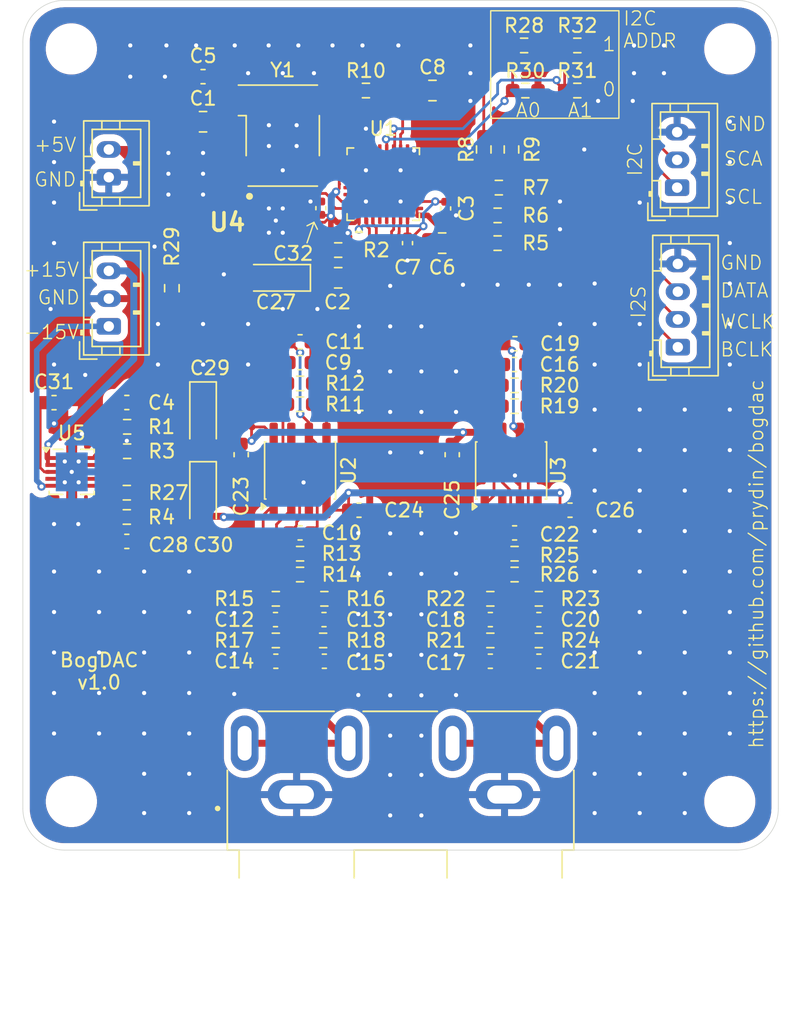
<source format=kicad_pcb>
(kicad_pcb (version 20241229) (generator "pcbnew") (generator_version "9.0")
  (layers (0 "F.Cu" signal) (4 "In1.Cu" signal) (6 "In2.Cu" signal) (2 "B.Cu" signal) (13 "F.Paste" user) (15 "B.Paste" user) (5 "F.SilkS" user "F.Silkscreen") (7 "B.SilkS" user "B.Silkscreen") (1 "F.Mask" user) (3 "B.Mask" user) (25 "Edge.Cuts" user))
  (net 0 "")
  (net 9 "GND")
  (net 10 "DAC1")
  (net 11 "DAC2B")
  (net 12 "DAC2")
  (net 13 "+3.3V")
  (net 14 "DAC1B")
  (net 15 "Net-(U1-MCLK)")
  (net 16 "Net-(U1-DATA_CLK)")
  (net 17 "Net-(U1-DATA2)")
  (net 18 "Net-(U1-DATA1)")
  (net 19 "Net-(U1-DVDD)")
  (net 20 "Net-(U1-CHIP_EN)")
  (net 21 "Net-(C12-Pad2)")
  (net 22 "Net-(C10-Pad2)")
  (net 23 "Net-(U2A--)")
  (net 24 "Net-(C14-Pad2)")
  (net 25 "Net-(C15-Pad2)")
  (net 26 "Net-(C16-Pad2)")
  (net 27 "Net-(U3A--)")
  (net 28 "Net-(C20-Pad1)")
  (net 29 "+12V")
  (net 30 "-12V")
  (net 31 "+5V")
  (net 32 "/BCLK")
  (net 33 "/WCLK")
  (net 34 "/DATA")
  (net 35 "/SCL")
  (net 36 "/SCA")
  (net 37 "Net-(U4-SET)")
  (net 40 "Net-(C17-Pad2)")
  (net 41 "Net-(C21-Pad2)")
  (net 42 "Net-(U5-FBP)")
  (net 43 "Net-(U5-FBN)")
  (net 44 "Net-(U5-NR{slash}SS)")
  (net 45 "Net-(U5-BUF)")
  (net 46 "Net-(U1-ADDR0)")
  (net 47 "Net-(U1-ADDR1)")
  (net 48 "/+15V")
  (net 49 "/-15V")
  (footprint "Package_DFN_QFN:UFQFPN-32-1EP_5x5mm_P0.5mm_EP3.5x3.5mm" (layer "F.Cu") (at 128.5 88 90)
    (property "Reference" "U1")
    (property "Value" "ES9039Q2M")
  )
  (footprint "Connector_JST:JST_PH_B2B-PH-K_1x02_P2.00mm_Vertical" (layer "F.Cu") (at 108.7 87.5 90)
    (property "Reference" "J4" (hide yes))
    (property "Value" "5V")
  )
  (footprint "Capacitor_SMD:C_0603_1608Metric" (layer "F.Cu") (at 110 113.75)
    (property "Reference" "C28")
    (property "Value" "10n")
  )
  (footprint "Resistor_SMD:R_0603_1608Metric_Pad0.98x0.95mm_HandSolder" (layer "F.Cu") (at 124.1625 120.8875 180)
    (property "Reference" "R18")
    (property "Value" "140")
  )
  (footprint "Capacitor_Tantalum_SMD:CP_EIA-3216-10_Kemet-I_HandSolder" (layer "F.Cu") (at 120.75 94.75 180)
    (property "Reference" "C27")
    (property "Value" "22u")
  )
  (footprint "Resistor_SMD:R_0603_1608Metric_Pad0.98x0.95mm_HandSolder" (layer "F.Cu") (at 122.5 116.1375 180)
    (property "Reference" "R14")
    (property "Value" "3.6k")
  )
  (footprint "Capacitor_SMD:C_0603_1608Metric" (layer "F.Cu") (at 104.75 103.75)
    (property "Reference" "C31")
    (property "Value" "10n")
  )
  (footprint "Resistor_SMD:R_0603_1608Metric_Pad0.98x0.95mm_HandSolder" (layer "F.Cu") (at 122.5 102.3625 180)
    (property "Reference" "R12")
    (property "Value" "3.6k")
  )
  (footprint "Custom:logo2" (layer "F.Cu") (at 151 130.463637)
    (property "Reference" "REF**" (hide yes))
    (property "Value" "logo2")
  )
  (footprint "MountingHole:MountingHole_3.2mm_M3" (layer "F.Cu") (at 153.5 78.25)
    (property "Reference" "H2" (hide yes))
    (property "Value" "MountingHole")
  )
  (footprint "Capacitor_SMD:C_0603_1608Metric" (layer "F.Cu") (at 120.75 122.3875)
    (property "Reference" "C14")
    (property "Value" "2.2n")
  )
  (footprint "Resistor_SMD:R_0603_1608Metric_Pad0.98x0.95mm_HandSolder" (layer "F.Cu") (at 137.75 85.5 -90)
    (property "Reference" "R9")
    (property "Value" "4.7k")
  )
  (footprint "Custom:logo2" (layer "F.Cu") (at 115.25 130.463637)
    (property "Reference" "REF**" (hide yes))
    (property "Value" "logo2")
  )
  (footprint "Capacitor_SMD:C_0603_1608Metric" (layer "F.Cu") (at 138 99.5)
    (property "Reference" "C19")
    (property "Value" "1p")
  )
  (footprint "Resistor_SMD:R_0603_1608Metric_Pad0.98x0.95mm_HandSolder" (layer "F.Cu") (at 137.975 102.5 180)
    (property "Reference" "R20")
    (property "Value" "3.6k")
  )
  (footprint "Capacitor_SMD:C_0603_1608Metric" (layer "F.Cu") (at 122.5 99.3625)
    (property "Reference" "C11")
    (property "Value" "1p")
  )
  (footprint "Custom:logo2" (layer "F.Cu") (at 112 130.463637)
    (property "Reference" "REF**" (hide yes))
    (property "Value" "logo2")
  )
  (footprint "Resistor_SMD:R_0603_1608Metric_Pad0.98x0.95mm_HandSolder" (layer "F.Cu") (at 136.225 117.8875 180)
    (property "Reference" "R22")
    (property "Value" "4.7k")
  )
  (footprint "Capacitor_SMD:C_0402_1005Metric" (layer "F.Cu") (at 124 89.73 90)
    (property "Reference" "C32")
    (property "Value" "100n")
  )
  (footprint "Capacitor_SMD:C_0603_1608Metric" (layer "F.Cu") (at 118.25 107.5 90)
    (property "Reference" "C23")
    (property "Value" "100n")
  )
  (footprint "Capacitor_SMD:C_0603_1608Metric" (layer "F.Cu") (at 122.5 113.1375 180)
    (property "Reference" "C10")
    (property "Value" "510p")
  )
  (footprint "Resistor_SMD:R_0603_1608Metric_Pad0.98x0.95mm_HandSolder" (layer "F.Cu") (at 136.75 90.25)
    (property "Reference" "R6")
    (property "Value" "50")
  )
  (footprint "Resistor_SMD:R_0603_1608Metric_Pad0.98x0.95mm_HandSolder" (layer "F.Cu") (at 138.75 81.25)
    (property "Reference" "R30")
    (property "Value" "0")
  )
  (footprint "Capacitor_SMD:C_0402_1005Metric" (layer "F.Cu") (at 130.25 92.25 -90)
    (property "Reference" "C7")
    (property "Value" "100n")
  )
  (footprint "Capacitor_SMD:C_0603_1608Metric" (layer "F.Cu") (at 122.5 100.8625 180)
    (property "Reference" "C9")
    (property "Value" "510p")
  )
  (footprint "Connector_JST:JST_PH_B4B-PH-K_1x04_P2.00mm_Vertical" (layer "F.Cu") (at 149.75 99.75 90)
    (property "Reference" "J2" (hide yes))
    (property "Value" "I2S")
  )
  (footprint "Connector_JST:JST_PH_B3B-PH-K_1x03_P2.00mm_Vertical" (layer "F.Cu") (at 149.7 88.25 90)
    (property "Reference" "J1" (hide yes))
    (property "Value" "I2S")
  )
  (footprint "Capacitor_SMD:C_0603_1608Metric" (layer "F.Cu") (at 120.725 119.3875 180)
    (property "Reference" "C12")
    (property "Value" "10p")
  )
  (footprint "Capacitor_SMD:C_0603_1608Metric" (layer "F.Cu") (at 115.5 80.25 180)
    (property "Reference" "C5")
    (property "Value" "100n")
  )
  (footprint "Resistor_SMD:R_0603_1608Metric_Pad0.98x0.95mm_HandSolder" (layer "F.Cu") (at 110 110.24)
    (property "Reference" "R27")
    (property "Value" "10k")
  )
  (footprint "Custom:logo2" (layer "F.Cu") (at 144.5 130.463637)
    (property "Reference" "REF**" (hide yes))
    (property "Value" "logo2")
  )
  (footprint "Resistor_SMD:R_0603_1608Metric_Pad0.98x0.95mm_HandSolder" (layer "F.Cu") (at 125.25 92.75)
    (property "Reference" "R2")
    (property "Value" "33.2k")
  )
  (footprint "Custom:SON45P300X300X80-13N-D" (layer "F.Cu") (at 120.75 90.625)
    (property "Reference" "U4")
    (property "Value" "LT3046ATC+" (hide yes))
  )
  (footprint "Resistor_SMD:R_0603_1608Metric_Pad0.98x0.95mm_HandSolder" (layer "F.Cu") (at 127.25 81.25)
    (property "Reference" "R10")
    (property "Value" "47k")
  )
  (footprint "Oscillator:Oscillator_SMD_Diodes_FN-4Pin_7.0x5.0mm" (layer "F.Cu") (at 121.25 84.5)
    (property "Reference" "Y1")
    (property "Value" "CE3391-49.152")
  )
  (footprint "Capacitor_SMD:C_0603_1608Metric" (layer "F.Cu") (at 137.975 101 180)
    (property "Reference" "C16")
    (property "Value" "510p")
  )
  (footprint "Package_SON:Texas_S-PVSON-N10_ThermalVias" (layer "F.Cu") (at 106.025 108.74)
    (property "Reference" "U5")
    (property "Value" "TPS7A39")
  )
  (footprint "Connector_JST:JST_PH_B3B-PH-K_1x03_P2.00mm_Vertical" (layer "F.Cu") (at 108.7 98.25 90)
    (property "Reference" "J3" (hide yes))
    (property "Value" "ANALOG PWR")
  )
  (footprint "MountingHole:MountingHole_3.2mm_M3" (layer "F.Cu") (at 106 132.5)
    (property "Reference" "H4" (hide yes))
    (property "Value" "MountingHole")
  )
  (footprint "Resistor_SMD:R_0603_1608Metric_Pad0.98x0.95mm_HandSolder" (layer "F.Cu") (at 137.975 104 180)
    (property "Reference" "R19")
    (property "Value" "3.6k")
  )
  (footprint "Capacitor_SMD:C_0603_1608Metric" (layer "F.Cu") (at 124.25 122.3875 180)
    (property "Reference" "C15")
    (property "Value" "2.2n")
  )
  (footprint "Capacitor_Tantalum_SMD:CP_EIA-3216-10_Kemet-I_HandSolder" (layer "F.Cu") (at 115.5 104.75 -90)
    (property "Reference" "C29")
    (property "Value" "22u")
  )
  (footprint "Resistor_SMD:R_0603_1608Metric_Pad0.98x0.95mm_HandSolder" (layer "F.Cu") (at 135.75 85.5 -90)
    (property "Reference" "R8")
    (property "Value" "4.7k")
  )
  (footprint "Resistor_SMD:R_0603_1608Metric_Pad0.98x0.95mm_HandSolder" (layer "F.Cu") (at 136.225 120.8875)
    (property "Reference" "R21")
    (property "Value" "140")
  )
  (footprint "Capacitor_SMD:C_0805_2012Metric" (layer "F.Cu") (at 115.5 83.5)
    (property "Reference" "C1")
    (property "Value" "10u")
  )
  (footprint "Capacitor_SMD:C_0603_1608Metric" (layer "F.Cu") (at 136.225 122.3875)
    (property "Reference" "C17")
    (property "Value" "2.2n")
  )
  (footprint "Resistor_SMD:R_0603_1608Metric_Pad0.98x0.95mm_HandSolder" (layer "F.Cu") (at 139.725 117.8875 180)
    (property "Reference" "R23")
    (property "Value" "4.7k")
  )
  (footprint "Capacitor_SMD:C_0603_1608Metric" (layer "F.Cu") (at 139.725 119.3875 180)
    (property "Reference" "C20")
    (property "Value" "10p")
  )
  (footprint "MountingHole:MountingHole_3.2mm_M3" (layer "F.Cu") (at 153.5 132.5)
    (property "Reference" "H3" (hide yes))
    (property "Value" "MountingHole")
  )
  (footprint "Resistor_SMD:R_0603_1608Metric_Pad0.98x0.95mm_HandSolder" (layer "F.Cu") (at 110.025 105.49)
    (property "Reference" "R1")
    (property "Value" "90.9k")
  )
  (footprint "Capacitor_SMD:C_0805_2012Metric" (layer "F.Cu") (at 132.75 92.25 180)
    (property "Reference" "C6")
    (property "Value" "10u")
  )
  (footprint "Resistor_SMD:R_0603_1608Metric_Pad0.98x0.95mm_HandSolder" (layer "F.Cu") (at 120.75 120.8875)
    (property "Reference" "R17")
    (property "Value" "140")
  )
  (footprint "Resistor_SMD:R_0603_1608Metric_Pad0.98x0.95mm_HandSolder" (layer "F.Cu") (at 136.8375 88.25)
    (property "Reference" "R7")
    (property "Value" "50")
  )
  (footprint "Custom:logo2" (layer "F.Cu") (at 105.5 130.463637)
    (property "Reference" "REF**" (hide yes))
    (property "Value" "logo2")
  )
  (footprint "Custom:logo2" (layer "F.Cu") (at 154.25 130.463637)
    (property "Reference" "REF**" (hide yes))
    (property "Value" "logo2")
  )
  (footprint "Resistor_SMD:R_0603_1608Metric_Pad0.98x0.95mm_HandSolder" (layer "F.Cu") (at 110.025 107.25)
    (property "Reference" "R3")
    (property "Value" "10k")
  )
  (footprint "Capacitor_SMD:C_0805_2012Metric" (layer "F.Cu") (at 125.25 94.75)
    (property "Reference" "C2")
    (property "Value" "10u")
  )
  (footprint "Resistor_SMD:R_0603_1608Metric_Pad0.98x0.95mm_HandSolder" (layer "F.Cu") (at 122.5 114.6375 180)
    (property "Reference" "R13")
    (property "Value" "3.6k")
  )
  (footprint "Custom:SWITCHCRAFT_PJRAN2X1U01AUX" (layer "F.Cu") (at 129.75 136)
    (property "Reference" "J5" (hide yes))
    (property "Value" "AUDIO OUT")
  )
  (footprint "Capacitor_SMD:C_0603_1608Metric" (layer "F.Cu") (at 126.75 111.5)
    (property "Reference" "C24")
    (property "Value" "100n")
  )
  (footprint "Capacitor_SMD:C_0603_1608Metric" (layer "F.Cu") (at 133.475 107.5 90)
    (property "Reference" "C25")
    (property "Value" "100n")
  )
  (footprint "Capacitor_SMD:C_0805_2012Metric" (layer "F.Cu") (at 132.05 81.25)
    (property "Reference" "C8")
    (property "Value" "10u")
  )
  (footprint "Custom:logo2" (layer "F.Cu") (at 147.75 130.463637)
    (property "Reference" "REF**" (hide yes))
    (property "Value" "logo2")
  )
  (footprint "Resistor_SMD:R_0603_1608Metric_Pad0.98x0.95mm_HandSolder" (layer "F.Cu") (at 120.75 117.8875 180)
    (property "Reference" "R15")
    (property "Value" "4.7k")
  )
  (footprint "Resistor_SMD:R_0603_1608Metric_Pad0.98x0.95mm_HandSolder" (layer "F.Cu") (at 137.975 114.6375 180)
    (property "Reference" "R25")
    (property "Value" "3.6k")
  )
  (footprint "Custom:logo2" (layer "F.Cu") (at 108.75 130.463637)
    (property "Reference" "REF**" (hide yes))
    (property "Value" "logo2")
  )
  (footprint "Capacitor_SMD:C_0603_1608Metric" (layer "F.Cu") (at 110 103.74)
    (property "Reference" "C4")
    (property "Value" "10n")
  )
  (footprint "Resistor_SMD:R_0603_1608Metric_Pad0.98x0.95mm_HandSolder" (layer "F.Cu") (at 113.25 95.5 90)
    (property "Reference" "R29")
    (property "Value" "0")
  )
  (footprint "Package_SO:SOIC-8_3.9x4.9mm_P1.27mm" (layer "F.Cu") (at 122.5 108.6375 90)
    (property "Reference" "U2")
    (property "Value" "OPA1612AxD")
  )
  (footprint "Capacitor_SMD:C_0603_1608Metric" (layer "F.Cu") (at 124.225 119.3875 180)
    (property "Reference" "C13")
    (property "Value" "10p")
  )
  (footprint "Resistor_SMD:R_0603_1608Metric_Pad0.98x0.95mm_HandSolder" (layer "F.Cu") (at 142.5 78)
    (property "Reference" "R32")
    (property "Value" "0")
  )
  (footprint "Resistor_SMD:R_0603_1608Metric_Pad0.98x0.95mm_HandSolder" (layer "F.Cu") (at 136.75 92.25)
    (property "Reference" "R5")
    (property "Value" "50")
  )
  (footprint "Capacitor_SMD:C_0603_1608Metric" (layer "F.Cu") (at 137.975 113.1375 180)
    (property "Reference" "C22")
    (property "Value" "510p")
  )
  (footprint "Resistor_SMD:R_0603_1608Metric_Pad0.98x0.95mm_HandSolder" (layer "F.Cu") (at 137.975 116.1375 180)
    (property "Reference" "R26")
    (property "Value" "3.6k")
  )
  (footprint "Capacitor_SMD:C_0603_1608Metric" (layer "F.Cu") (at 141.975 111.5)
    (property "Reference" "C26")
    (property "Value" "100n")
  )
  (footprint "Capacitor_SMD:C_0402_1005Metric" (layer "F.Cu") (at 133 89.75 -90)
    (property "Reference" "C3")
    (property "Value" "100n")
  )
  (footprint "Capacitor_SMD:C_0603_1608Metric" (layer "F.Cu") (at 139.725 122.3875 180)
    (property "Reference" "C21")
    (property "Value" "2.2n")
  )
  (footprint "Resistor_SMD:R_0603_1608Metric_Pad0.98x0.95mm_HandSolder" (layer "F.Cu") (at 122.5 103.8625 180)
    (property "Reference" "R11")
    (property "Value" "3.6k")
  )
  (footprint "Package_SO:SOIC-8_3.9x4.9mm_P1.27mm" (layer "F.Cu") (at 137.725 108.6375 90)
    (property "Reference" "U3")
    (property "Value" "OPA1612AxD")
  )
  (footprint "Capacitor_SMD:C_0603_1608Metric" (layer "F.Cu") (at 136.225 119.3875 180)
    (property "Reference" "C18")
    (property "Value" "10p")
  )
  (footprint "Resistor_SMD:R_0603_1608Metric_Pad0.98x0.95mm_HandSolder" (layer "F.Cu") (at 124.25 117.8875 180)
    (property "Reference" "R16")
    (property "Value" "4.7k")
  )
  (footprint "Resistor_SMD:R_0603_1608Metric_Pad0.98x0.95mm_HandSolder" (layer "F.Cu") (at 139.725 120.8875 180)
    (property "Reference" "R24")
    (property "Value" "140")
  )
  (footprint "Resistor_SMD:R_0603_1608Metric_Pad0.98x0.95mm_HandSolder" (layer "F.Cu") (at 138.6625 78)
    (property "Reference" "R28")
    (property "Value" "0")
  )
  (footprint "MountingHole:MountingHole_3.2mm_M3" (layer "F.Cu") (at 106 78.25)
    (property "Reference" "H1" (hide yes))
    (property "Value" "MountingHole")
  )
  (footprint "Resistor_SMD:R_0603_1608Metric_Pad0.98x0.95mm_HandSolder" (layer "F.Cu") (at 142.5 81.25)
    (property "Reference" "R31")
    (property "Value" "0")
  )
  (footprint "Resistor_SMD:R_0603_1608Metric_Pad0.98x0.95mm_HandSolder" (layer "F.Cu") (at 110 111.99)
    (property "Reference" "R4")
    (property "Value" "100k")
  )
  (footprint "Capacitor_Tantalum_SMD:CP_EIA-3216-10_Kemet-I_HandSolder" (layer "F.Cu") (at 115.5 110.5 -90)
    (property "Reference" "C30")
    (property "Value" "22u")
  )
  (gr_line (start 123 92.2275) (end 123.5 90.75) (stroke (width 0.1)) (layer "F.SilkS"))
  (gr_line (start 123.5 90.75) (end 123 91) (stroke (width 0.1)) (layer "F.SilkS"))
  (gr_rect (start 136.25 75.5) (end 145.5 83.25) (stroke (width 0.1)) (fill no) (layer "F.SilkS"))
  (gr_line (start 123.5 90.75) (end 123.75 91.25) (stroke (width 0.1)) (layer "F.SilkS"))
  (gr_line (start 157 77.75) (end 157 133) (stroke (width 0.05)) (layer "Edge.Cuts"))
  (gr_line (start 154 136) (end 105.5 136) (stroke (width 0.05)) (layer "Edge.Cuts"))
  (gr_arc (start 154 74.75) (mid 156.12132 75.62868) (end 157 77.75) (stroke (width 0.05)) (layer "Edge.Cuts"))
  (gr_arc (start 157 133) (mid 156.12132 135.12132) (end 154 136) (stroke (width 0.05)) (layer "Edge.Cuts"))
  (gr_line (start 102.5 133) (end 102.5 77.75) (stroke (width 0.05)) (layer "Edge.Cuts"))
  (gr_arc (start 105.5 136) (mid 103.37868 135.12132) (end 102.5 133) (stroke (width 0.05)) (layer "Edge.Cuts"))
  (gr_line (start 105.5 74.75) (end 154 74.75) (stroke (width 0.05)) (layer "Edge.Cuts"))
  (gr_arc (start 102.5 77.75) (mid 103.37868 75.62868) (end 105.5 74.75) (stroke (width 0.05)) (layer "Edge.Cuts"))
  (gr_text "+5V" (at 103.25 85.75 0) (layer "F.SilkS") (effects (font (size 1 1) (thickness 0.1)) (justify left bottom)))
  (gr_text "1" (at 144.25 78.5 0) (layer "F.SilkS") (effects (font (size 1 1) (thickness 0.1)) (justify left bottom)))
  (gr_text "I2C" (at 147.25 87.5 90) (layer "F.SilkS") (effects (font (size 1 1) (thickness 0.1)) (justify left bottom)))
  (gr_text "I2C\nADDR" (at 145.75 78.25 0) (layer "F.SilkS") (effects (font (size 1 1) (thickness 0.1)) (justify left bottom)))
  (gr_text "GND" (at 103.5 96.75 0) (layer "F.SilkS") (effects (font (size 1 1) (thickness 0.1)) (justify left bottom)))
  (gr_text "GND" (at 153 84.25 0) (layer "F.SilkS") (effects (font (size 1 1) (thickness 0.1)) (justify left bottom)))
  (gr_text "SCL" (at 153 89.5 0) (layer "F.SilkS") (effects (font (size 1 1) (thickness 0.1)) (justify left bottom)))
  (gr_text "BogDAC\nv1.0" (at 108 124.5 0) (layer "F.SilkS") (effects (font (size 1 1)) (justify bottom)))
  (gr_text "GND" (at 103.25 88.25 0) (layer "F.SilkS") (effects (font (size 1 1) (thickness 0.1)) (justify left bottom)))
  (gr_text "SCA" (at 153 86.75 0) (layer "F.SilkS") (effects (font (size 1 1) (thickness 0.1)) (justify left bottom)))
  (gr_text "-15V" (at 102.5 99.25 0) (layer "F.SilkS") (effects (font (size 1 1) (thickness 0.1)) (justify left bottom)))
  (gr_text "+15V" (at 102.5 94.75 0) (layer "F.SilkS") (effects (font (size 1 1) (thickness 0.1)) (justify left bottom)))
  (gr_text "A1" (at 141.75 83.25 0) (layer "F.SilkS") (effects (font (size 1 1) (thickness 0.1)) (justify left bottom)))
  (gr_text "BCLK" (at 152.75 100.5 0) (layer "F.SilkS") (effects (font (size 1 1) (thickness 0.1)) (justify left bottom)))
  (gr_text "DATA" (at 152.75 96.25 0) (layer "F.SilkS") (effects (font (size 1 1) (thickness 0.1)) (justify left bottom)))
  (gr_text "GND" (at 152.75 94.25 0) (layer "F.SilkS") (effects (font (size 1 1) (thickness 0.1)) (justify left bottom)))
  (gr_text "I2S" (at 147.5 97.75 90) (layer "F.SilkS") (effects (font (size 1 1) (thickness 0.1)) (justify left bottom)))
  (gr_text "A0" (at 138 83.25 0) (layer "F.SilkS") (effects (font (size 1 1) (thickness 0.1)) (justify left bottom)))
  (gr_text "https://github.com/prydin/bogdac" (at 156 128.75 90) (layer "F.SilkS") (effects (font (size 1 1) (thickness 0.1)) (justify left bottom)))
  (gr_text "WCLK" (at 152.75 98.5 0) (layer "F.SilkS") (effects (font (size 1 1) (thickness 0.1)) (justify left bottom)))
  (gr_text "0" (at 144.25 81.75 0) (layer "F.SilkS") (effects (font (size 1 1) (thickness 0.1)) (justify left bottom)))
  (segment (start 131.75 93.5) (end 131.75 92.3) (width 0.2) (layer "F.Cu") (net 9))
  (segment (start 105.775 107.11) (end 105.775 106.975) (width 0.2) (layer "F.Cu") (net 9))
  (segment (start 104.55 109.24) (end 105.44 109.24) (width 0.2) (layer "F.Cu") (net 9))
  (segment (start 126.25 94.55) (end 126.45 94.75) (width 0.2) (layer "F.Cu") (net 9))
  (segment (start 138.36 111.1125) (end 138.36 109.36) (width 0.2) (layer "F.Cu") (net 9))
  (segment (start 106.275 106.475) (end 106.75 106) (width 0.2) (layer "F.Cu") (net 9))
  (segment (start 130.25 92.73) (end 130.25 93.5) (width 0.2) (layer "F.Cu") (net 9))
  (segment (start 130.25 85.5625) (end 130.71149 85.5625) (width 0.2) (layer "F.Cu") (net 9))
  (segment (start 129.975 88.75) (end 129.975 88.219634) (width 0.2) (layer "F.Cu") (net 9))
  (segment (start 133.75 90.25) (end 133.02 90.25) (width 0.2) (layer "F.Cu") (net 9))
  (segment (start 130.71149 85.5625) (end 130.72399 85.575) (width 0.2) (layer "F.Cu") (net 9))
  (segment (start 138.36 109.36) (end 138 109) (width 0.2) (layer "F.Cu") (net 9))
  (segment (start 128.25 90.4375) (end 128.25 89.88) (width 0.2) (layer "F.Cu") (net 9))
  (segment (start 122.75 109.5) (end 123.135 109.885) (width 0.2) (layer "F.Cu") (net 9))
  (segment (start 126.0625 88.75) (end 127.749998 88.75) (width 0.2) (layer "F.Cu") (net 9))
  (segment (start 106.275 107.11) (end 105.775 107.11) (width 0.2) (layer "F.Cu") (net 9))
  (segment (start 122.25 90.85) (end 120.975 90.85) (width 0.2) (layer "F.Cu") (net 9))
  (segment (start 109.8625 106.5) (end 109.1125 107.25) (width 0.2) (layer "F.Cu") (net 9))
  (segment (start 126.1625 92.75) (end 126.25 92.8375) (width 0.2) (layer "F.Cu") (net 9))
  (segment (start 126.0625 88.25) (end 128.25 88.25) (width 0.2) (layer "F.Cu") (net 9))
  (segment (start 105.44 109.24) (end 105.575 109.375) (width 0.2) (layer "F.Cu") (net 9))
  (segment (start 120.975 90.85) (end 120.75 90.625) (width 0.2) (layer "F.Cu") (net 9))
  (segment (start 124 89.25) (end 123.25 89.25) (width 0.5) (layer "F.Cu") (net 9))
  (segment (start 110 106.5) (end 109.8625 106.5) (width 0.2) (layer "F.Cu") (net 9))
  (segment (start 126.1625 92.75) (end 126.1625 91.75235) (width 0.2) (layer "F.Cu") (net 9))
  (segment (start 130.9375 88.75) (end 129.975 88.75) (width 0.2) (layer "F.Cu") (net 9))
  (segment (start 119.25 91.75) (end 120 91.75) (width 0.2) (layer "F.Cu") (net 9))
  (segment (start 130.25 93.5) (end 131.75 93.5) (width 0.2) (layer "F.Cu") (net 9))
  (segment (start 133.02 90.25) (end 133 90.23) (width 0.2) (layer "F.Cu") (net 9))
  (segment (start 128.75 89.88) (end 128.5 89.63) (width 0.2) (layer "F.Cu") (net 9))
  (segment (start 126.25 92.8375) (end 126.25 94.55) (width 0.2) (layer "F.Cu") (net 9))
  (segment (start 119.25 91.75) (end 120.25 91.75) (width 0.2) (layer "F.Cu") (net 9))
  (segment (start 120 91.75) (end 120.25 91.5) (width 0.2) (layer "F.Cu") (net 9))
  (segment (start 126.2 94.75) (end 123.95 97) (width 0.2) (layer "F.Cu") (net 9))
  (segment (start 128.75 90.4375) (end 128.75 89.88) (width 0.2) (layer "F.Cu") (net 9))
  (segment (start 128.25 88.25) (end 128.5 88) (width 0.2) (layer "F.Cu") (net 9))
  (segment (start 123.135 109.885) (end 123.135 111.1125) (width 0.2) (layer "F.Cu") (net 9))
  (segment (start 128.25 89.88) (end 128.5 89.63) (width 0.2) (layer "F.Cu") (net 9))
  (segment (start 128.249998 88.25) (end 128.499998 88) (width 0.2) (layer "F.Cu") (net 9))
  (segment (start 131.75 92.3) (end 131.8 92.25) (width 0.2) (layer "F.Cu") (net 9))
  (segment (start 126.1625 91.75235) (end 125.931844 91.521694) (width 0.2) (layer "F.Cu") (net 9))
  (segment (start 123.95 97) (end 123.75 97) (width 0.2) (layer "F.Cu") (net 9))
  (segment (start 105.775 106.975) (end 106.275 106.475) (width 0.2) (layer "F.Cu") (net 9))
  (via (at 131.25 127.75) (size 0.6) (drill 0.3) (layers "F.Cu" "B.Cu") (net 9))
  (via (at 126.75 101.5) (size 0.6) (drill 0.3) (layers "F.Cu" "B.Cu") (net 9))
  (via (at 110.25 80.25) (size 0.6) (drill 0.3) (layers "F.Cu" "B.Cu") (net 9))
  (via (at 113 88.75) (size 0.6) (drill 0.3) (layers "F.Cu" "B.Cu") (net 9))
  (via (at 144 82) (size 0.6) (drill 0.3) (layers "F.Cu" "B.Cu") (net 9))
  (via (at 111.25 127.595455) (size 0.6) (drill 0.3) (layers "F.Cu" "B.Cu") (net 9))
  (via (at 104.75 86.409091) (size 0.6) (drill 0.3) (layers "F.Cu" "B.Cu") (net 9))
  (via (at 150.25 118.84091) (size 0.6) (drill 0.3) (layers "F.Cu" "B.Cu") (net 9))
  (via (at 150.25 133.331818) (size 0.6) (drill 0.3) (layers "F.Cu" "B.Cu") (net 9))
  (via (at 136.75 95.25) (size 0.6) (drill 0.3) (layers "F.Cu" "B.Cu") (net 9))
  (via (at 153.5 86.409091) (size 0.6) (drill 0.3) (layers "F.Cu" "B.Cu") (net 9))
  (via (at 126.7 113.152273) (size 0.6) (drill 0.3) (layers "F.Cu" "B.Cu") (net 9))
  (via (at 123.75 97) (size 0.6) (drill 0.3) (layers "F.Cu" "B.Cu") (net 9))
  (via (at 108 118.84091) (size 0.6) (drill 0.3) (layers "F.Cu" "B.Cu") (net 9))
  (via (at 131.25 116.09091) (size 0.6) (drill 0.3) (layers "F.Cu" "B.Cu") (net 9))
  (via (at 120.25 91.5) (size 0.6) (drill 0.3) (layers "F.Cu" "B.Cu") (net 9))
  (via (at 131.25 121.927273) (size 0.6) (drill 0.3) (layers "F.Cu" "B.Cu") (net 9))
  (via (at 147 89.327273) (size 0.6) (drill 0.3) (layers "F.Cu" "B.Cu") (net 9))
  (via (at 147 118.84091) (size 0.6) (drill 0.3) (layers "F.Cu" "B.Cu") (net 9))
  (via (at 126.7 116.070455) (size 0.6) (drill 0.3) (layers "F.Cu" "B.Cu") (net 9))
  (via (at 120.25 85.25) (size 0.6) (drill 0.3) (layers "F.Cu" "B.Cu") (net 9))
  (via (at 141.25 91.25) (size 0.6) (drill 0.3) (layers "F.Cu" "B.Cu") (net 9))
  (via (at 111.25 130.5) (size 0.6) (drill 0.3) (layers "F.Cu" "B.Cu") (net 9))
  (via (at 153.5 104.25) (size 0.6) (drill 0.3) (layers "F.Cu" "B.Cu") (net 9))
  (via (at 133.75 101.5) (size 0.6) (drill 0.3) (layers "F.Cu" "B.Cu") (net 9))
  (via (at 143.75 113.004546) (size 0.6) (drill 0.3) (layers "F.Cu" "B.Cu") (net 9))
  (via (at 104.75 92.245455) (size 0.6) (drill 0.3) (layers "F.Cu" "B.Cu") (net 9))
  (via (at 117 94.5) (size 0.6) (drill 0.3) (layers "F.Cu" "B.Cu") (net 9))
  (via (at 104.5 97) (size 0.6) (drill 0.3) (layers "F.Cu" "B.Cu") (net 9))
  (via (at 122.25 83.75) (size 0.6) (drill 0.3) (layers "F.Cu" "B.Cu") (net 9))
  (via (at 110.25 78) (size 0.6) (drill 0.3) (layers "F.Cu" "B.Cu") (net 9))
  (via (at 143.75 107.168182) (size 0.6) (drill 0.3) (layers "F.Cu" "B.Cu") (net 9))
  (via (at 106.5 112.5) (size 0.6) (drill 0.3) (layers "F.Cu" "B.Cu") (net 9))
  (via (at 143.75 95.163637) (size 0.6) (drill 0.3) (layers "F.Cu" "B.Cu") (net 9))
  (via (at 131.25 113.172728) (size 0.6) (drill 0.3) (layers "F.Cu" "B.Cu") (net 9))
  (via (at 107 101.75) (size 0.6) (drill 0.3) (layers "F.Cu" "B.Cu") (net 9))
  (via (at 114.5 118.84091) (size 0.6) (drill 0.3) (layers "F.Cu" "B.Cu") (net 9))
  (via (at 131.25 133.5) (size 0.6) (drill 0.3) (layers "F.Cu" "B.Cu") (net 9))
  (via (at 104.75 121.759091) (size 0.6) (drill 0.3) (layers "F.Cu" "B.Cu") (net 9))
  (via (at 112.857143 78) (size 0.6) (drill 0.3) (layers "F.Cu" "B.Cu") (net 9))
  (via (at 123.5 80) (size 0.6) (drill 0.3) (layers "F.Cu" "B.Cu") (net 9))
  (via (at 153.5 89.327273) (size 0.6) (drill 0.3) (layers "F.Cu" "B.Cu") (net 9))
  (via (at 147 130.5) (size 0.6) (drill 0.3) (layers "F.Cu" "B.Cu") (net 9))
  (via (at 129.589285 78) (size 0.6) (drill 0.3) (layers "F.Cu" "B.Cu") (net 9))
  (via (at 134.25 95.25) (size 0.6) (drill 0.3) (layers "F.Cu" "B.Cu") (net 9))
  (via (at 120.749998 90.625) (size 0.6) (drill 0.3) (layers "F.Cu" "B.Cu") (net 9))
  (via (at 133.75 104.418182) (size 0.6) (drill 0.3) (layers "F.Cu" "B.Cu") (net 9))
  (via (at 143.75 130.5) (size 0.6) (drill 0.3) (layers "F.Cu" "B.Cu") (net 9))
  (via (at 115.5 87.25) (size 0.6) (drill 0.3) (layers "F.Cu" "B.Cu") (net 9))
  (via (at 131.25 119.009091) (size 0.6) (drill 0.3) (layers "F.Cu" "B.Cu") (net 9))
  (via (at 153.5 83.490909) (size 0.6) (drill 0.3) (layers "F.Cu" "B.Cu") (net 9))
  (via (at 108 115.922728) (size 0.6) (drill 0.3) (layers "F.Cu" "B.Cu") (net 9))
  (via (at 118.75 80) (size 0.6) (drill 0.3) (layers "F.Cu" "B.Cu") (net 9))
  (via (at 141.25 89.25) (size 0.6) (drill 0.3) (layers "F.Cu" "B.Cu") (net 9))
  (via (at 148.75 78) (size 0.6) (drill 0.3) (layers "F.Cu" "B.Cu") (net 9))
  (via (at 153.5 107.168182) (size 0.6) (drill 0.3) (layers "F.Cu" "B.Cu") (net 9))
  (via (at 147 98.081819) (size 0.6) (drill 0.3) (layers "F.Cu" "B.Cu") (net 9))
  (via (at 131.25 98.25) (size 0.6) (drill 0.3) (layers "F.Cu" "B.Cu") (net 9))
  (via (at 104.75 124.677273) (size 0.6) (drill 0.3) (layers "F.Cu" "B.Cu") (net 9))
  (via (at 143.75 115.922728) (size 0.6) (drill 0.3) (layers "F.Cu" "B.Cu") (net 9))
  (via (at 104.75 101) (size 0.6) (drill 0.3) (layers "F.Cu" "B.Cu") (net 9))
  (via (at 143.75 101) (size 0.6) (drill 0.3) (layers "F.Cu" "B.Cu") (net 9))
  (via (at 146.589285 78) (size 0.6) (drill 0.3) (layers "F.Cu" "B.Cu") (net 9))
  (via (at 153.5 124.677273) (size 0.6) (drill 0.3) (layers "F.Cu" "B.Cu") (net 9))
  (via (at 112.25 98.081818) (size 0.6) (drill 0.3) (layers "F.Cu" "B.Cu") (net 9))
  (via (at 131.25 101.5) (size 0.6) (drill 0.3) (layers "F.Cu" "B.Cu") (net 9))
  (via (at 127.25 87) (size 0.6) (drill 0.3) (layers "F.Cu" "B.Cu") (net 9))
  (via (at 108 127.595455) (size 0.6) (drill 0.3) (layers "F.Cu" "B.Cu") (net 9))
  (via (at 147 113.004546) (size 0.6) (drill 0.3) (layers "F.Cu" "B.Cu") (net 9))
  (via (at 108 121.759091) (size 0.6) (drill 0.3) (layers "F.Cu" "B.Cu") (net 9))
  (via (at 141.25 95.25) (size 0.6) (drill 0.3) (layers "F.Cu" "B.Cu") (net 9))
  (via (at 150.25 127.595455) (size 0.6) (drill 0.3) (layers "F.Cu" "B.Cu") (net 9))
  (via (at 133.75 90.25) (size 0.6) (drill 0.3) (layers "F.Cu" "B.Cu") (net 9))
  (via (at 133.75 118.988636) (size 0.6) (drill 0.3) (layers "F.Cu" "B.Cu") (net 9))
  (via (at 153.5 118.84091) (size 0.6) (drill 0.3) (layers "F.Cu" "B.Cu") (net 9))
  (via (at 106.75 106) (size 0.6) (drill 0.3) (layers "F.Cu" "B.Cu") (net 9))
  (via (at 150.25 107.168182) (size 0.6) (drill 0.3) (layers "F.Cu" "B.Cu") (net 9))
  (via (at 143.75 124.677273) (size 0.6) (drill 0.3) (layers "F.Cu" "B.Cu") (net 9))
  (via (at 153.5 101) (size 0.6) (drill 0.3) (layers "F.Cu" "B.Cu") (net 9))
  (via (at 115.5 101) (size 0.6) (drill 0.3) (layers "F.Cu" "B.Cu") (net 9))
  (via (at 134.704605 85.376156) (size 0.6) (drill 0.3) (layers "F.Cu" "B.Cu") (net 9))
  (via (at 120.25 83.75) (size 0.6) (drill 0.3) (layers "F.Cu" "B.Cu") (net 9))
  (via (at 126.7 124.825) (size 0.6) (drill 0.3) (layers "F.Cu" "B.Cu") (net 9))
  (via (at 150.25 115.922728) (size 0.6) (drill 0.3) (layers "F.Cu" "B.Cu") (net 9))
  (via (at 111.25 118.84091) (size 0.6) (drill 0.3) (layers "F.Cu" "B.Cu") (net 9))
  (via (at 143.75 127.595455) (size 0.6) (drill 0.3) (layers "F.Cu" "B.Cu") (net 9))
  (via (at 104.75 112.5) (size 0.6) (drill 0.3) (layers "F.Cu" "B.Cu") (net 9))
  (via (at 129 124.845455) (size 0.6) (drill 0.3) (layers "F.Cu" "B.Cu") (net 9))
  (via (at 147 101) (size 0.6) (drill 0.3) (layers "F.Cu" "B.Cu") (net 9))
  (via (at 147 133.331818) (size 0.6) (drill 0.3) (layers "F.Cu" "B.Cu") (net 9))
  (via (at 129 113.172728) (size 0.6) (drill 0.3) (layers "F.Cu" "B.Cu") (net 9))
  (via (at 129 98.25) (size 0.6) (drill 0.3) (layers "F.Cu" "B.Cu") (net 9))
  (via (at 143.75 133.331818) (size 0.6) (drill 0.3) (layers "F.Cu" "B.Cu") (net 9))
  (via (at 153.5 115.922728) (size 0.6) (drill 0.3) (layers "F.Cu" "B.Cu") (net 9))
  (via (at 104.75 105.25) (size 0.6) (drill 0.3) (layers "F.Cu" "B.Cu") (net 9))
  (via (at 118.75 98.081818) (size 0.6) (drill 0.3) (layers "F.Cu" "B.Cu") (net 9))
  (via (at 134.785714 78) (size 0.6) (drill 0.3) (layers "F.Cu" "B.Cu") (net 9))
  (via (at 114.5 121.759091) (size 0.6) (drill 0.3) (layers "F.Cu" "B.Cu") (net 9))
  (via (at 117.75 124.75) (size 0.6) (drill 0.3) (layers "F.Cu" "B.Cu") (net 9))
  (via (at 153.5 113.004546) (size 0.6) (drill 0.3) (layers "F.Cu" "B.Cu") (net 9))
  (via (at 114.5 115.922728) (size 0.6) (drill 0.3) (layers "F.Cu" "B.Cu") (net 9))
  (via (at 115 78) (size 0.6) (drill 0.3) (layers "F.Cu" "B.Cu") (net 9))
  (via (at 129 107.336364) (size 0.6) (drill 0.3) (layers "F.Cu" "B.Cu") (net 9))
  (via (at 129 130.581818) (size 0.6) (drill 0.3) (layers "F.Cu" "B.Cu") (net 9))
  (via (at 129.75 87) (size 0.6) (drill 0.3) (layers "F.Cu" "B.Cu") (net 9))
  (via (at 115.5 85.75) (size 0.6) (drill 0.3) (layers "F.Cu" "B.Cu") (net 9))
  (via (at 143.75 110.086364) (size 0.6) (drill 0.3) (layers "F.Cu" "B.Cu") (net 9))
  (via (at 121.25 89.75) (size 0.6) (drill 0.3) (layers "F.Cu" "B.Cu") (net 9))
  (via (at 117.785714 78) (size 0.6) (drill 0.3) (layers "F.Cu" "B.Cu") (net 9))
  (via (at 129 133.5) (size 0.6) (drill 0.3) (layers "F.Cu" "B.Cu") (net 9))
  (via (at 120.232143 78) (size 0.6) (drill 0.3) (layers "F.Cu" "B.Cu") (net 9))
  (via (at 115.5 88.75) (size 0.6) (drill 0.3) (layers "F.Cu" "B.Cu") (net 9))
  (via (at 122.375 78) (size 0.6) (drill 0.3) (layers "F.Cu" "B.Cu") (net 9))
  (via (at 143.75 104.25) (size 0.6) (drill 0.3) (layers "F.Cu" "B.Cu") (net 9))
  (via (at 121.25 87) (size 0.6) (drill 0.3) (layers "F.Cu" "B.Cu") (net 9))
  (via (at 129 121.927273) (size 0.6) (drill 0.3) (layers "F.Cu" "B.Cu") (net 9))
  (via (at 108 124.677273) (size 0.6) (drill 0.3) (layers "F.Cu" "B.Cu") (net 9))
  (via (at 150.25 113.004546) (size 0.6) (drill 0.3) (layers "F.Cu" "B.Cu") (net 9))
  (via (at 126.7 118.988636) (size 0.6) (drill 0.3) (layers "F.Cu" "B.Cu") (net 9))
  (via (at 153.5 98.081819) (size 0.6) (drill 0.3) (layers "F.Cu" "B.Cu") (net 9))
  (via (at 104.75 127.595455) (size 0.6) (drill 0.3) (layers "F.Cu" "B.Cu") (net 9))
  (via (at 104.75 118.84091) (size 0.6) (drill 0.3) (layers "F.Cu" "B.Cu") (net 9))
  (via (at 153.5 121.759091) (size 0.6) (drill 0.3) (layers "F.Cu" "B.Cu") (net 9))
  (via (at 153.5 95.163637) (size 0.6) (drill 0.3) (layers "F.Cu" "B.Cu") (net 9))
  (via (at 129 119.009091) (size 0.6) (drill 0.3) (layers "F.Cu" "B.Cu") (net 9))
  (via (at 121.25 97) (size 0.6) (drill 0.3) (layers "F.Cu" "B.Cu") (net 9))
  (via (at 147 107.168182) (size 0.6) (drill 0.3) (layers "F.Cu" "B.Cu") (net 9))
  (via (at 114.5 130.5) (size 0.6) (drill 0.3) (layers "F.Cu" "B.Cu") (net 9))
  (via (at 117.75 121.831818) (size 0.6) (drill 0.3) (layers "F.Cu" "B.Cu") (net 9))
  (via (at 147 110.086364) (size 0.6) (drill 0.3) (layers "F.Cu" "B.Cu") (net 9))
  (via (at 111.25 124.677273) (size 0.6) (drill 0.3) (layers "F.Cu" "B.Cu") (net 9))
  (via (at 134.785714 80) (size 0.6) (drill 0.3) (layers "F.Cu" "B.Cu") (net 9))
  (via (at 122.75 109.5) (size 0.6) (drill 0.3) (layers "F.Cu" "B.Cu") (net 9))
  (via (at 147 124.677273) (size 0.6) (drill 0.3) (layers "F.Cu" "B.Cu") (net 9))
  (via (at 112.75 80.25) (size 0.6) (drill 0.3) (layers "F.Cu" "B.Cu") (net 9))
  (via (at 120.25 89.75) (size 0.6) (drill 0.3) (layers "F.Cu" "B.Cu") (net 9))
  (via (at 127.25 84) (size 0.6) (drill 0.3) (layers "F.Cu" "B.Cu") (net 9))
  (via (at 147 121.759091) (size 0.6) (drill 0.3) (layers "F.Cu" "B.Cu") (net 9))
  (via (at 133.75 113.152273) (size 0.6) (drill 0.3) (layers "F.Cu" "B.Cu") (net 9))
  (via (at 113 85.75) (size 0.6) (drill 0.3) (layers "F.Cu" "B.Cu") (net 9))
  (via (at 129 116.09091) (size 0.6) (drill 0.3) (layers "F.Cu" "B.Cu") (net 9))
  (via (at 122.25 85.25) (size 0.6) (drill 0.3) (layers "F.Cu" "B.Cu") (net 9))
  (via (at 143.75 98.081819) (size 0.6) (drill 0.3) (layers "F.Cu" "B.Cu") (net 9))
  (via (at 121.25 80) (size 0.6) (drill 0.3) (layers "F.Cu" "B.Cu") (net 9))
  (via (at 111.25 133.331818) (size 0.6) (drill 0.3) (layers "F.Cu" "B.Cu") (net 9))
  (via (at 111.25 121.759091) (size 0.6) (drill 0.3) (layers "F.Cu" "B.Cu") (net 9))
  (via (at 104.75 89.327273) (size 0.6) (drill 0.3) (layers "F.Cu" "B.Cu") (net 9))
  (via (at 138 109) (size 0.6) (drill 0.3) (layers "F.Cu" "B.Cu") (net 9))
  (via (at 112.25 101) (size 0.6) (drill 0.3) (layers "F.Cu" "B.Cu") (net 9))
  (via (at 115.5 98.081818) (size 0.6) (drill 0.3) (layers "F.Cu" "B.Cu") (net 9))
  (via (at 143.75 121.759091) (size 0.6) (drill 0.3) (layers "F.Cu" "B.Cu") (net 9))
  (via (at 131.25 124.845455) (size 0.6) (drill 0.3) (layers "F.Cu" "B.Cu") (net 9))
  (via (at 104.75 83.490909) (size 0.6) (drill 0.3) (layers "F.Cu" "B.Cu") (net 9))
  (via (at 141.25 98.081819) (size 0.6) (drill 0.3) (layers "F.Cu" "B.Cu") (net 9))
  (via (at 114.5 127.595455) (size 0.6) (drill 0.3) (layers "F.Cu" "B.Cu") (net 9))
  (via (at 125.931844 91.521694) (size 0.6) (drill 0.3) (layers "F.Cu" "B.Cu") (net 9))
  (via (at 114.5 124.677273) (size 0.6) (drill 0.3) (layers "F.Cu" "B.Cu") (net 9))
  (via (at 153.5 92.245455) (size 0.6) (drill 0.3) (layers "F.Cu" "B.Cu") (net 9))
  (via (at 143.75 118.84091) (size 0.6) (drill 0.3) (layers "F.Cu" "B.Cu") (net 9))
  (via (at 130.72399 85.575) (size 0.6) (drill 0.3) (layers "F.Cu" "B.Cu") (net 9))
  (via (at 143 85.5) (size 0.6) (drill 0.3) (layers "F.Cu" "B.Cu") (net 9))
  (via (at 146.589285 80) (size 0.6) (drill 0.3) (layers "F.Cu" "B.Cu") (net 9))
  (via (at 150.25 104.25) (size 0.6) (drill 0.3) (layers "F.Cu" "B.Cu") (net 9))
  (via (at 150.25 124.677273) (size 0.6) (drill 0.3) (layers "F.Cu" "B.Cu") (net 9))
  (via (at 117.75 118.913637) (size 0.6) (drill 0.3) (layers "F.Cu" "B.Cu") (net 9))
  (via (at 147 127.595455) (size 0.6) (drill 0.3) (layers "F.Cu" "B.Cu") (net 9))
  (via (at 114.5 133.331818) (size 0.6) (drill 0.3) (layers "F.Cu" "B.Cu") (net 9))
  (via (at 130.25 93.5) (size 0.6) (drill 0.3) (layers "F.Cu" "B.Cu") (net 9))
  (via (at 129 127.75) (size 0.6) (drill 0.3) (layers "F.Cu" "B.Cu") (net 9))
  (via (at 153.5 110.086364) (size 0.6) (drill 0.3) (layers "F.Cu" "B.Cu") (net 9))
  (via (at 153.5 127.595455) (size 0.6) (drill 0.3) (layers "F.Cu" "B.Cu") (net 9))
  (via (at 126.7 121.906818) (size 0.6) (drill 0.3) (layers "F.Cu" "B.Cu") (net 9))
  (via (at 133.75 121.906818) (size 0.6) (drill 0.3) (layers "F.Cu" "B.Cu") (net 9))
  (via (at 131.25 107.336364) (size 0.6) (drill 0.3) (layers "F.Cu" "B.Cu") (net 9))
  (via (at 147 115.922728) (size 0.6) (drill 0.3) (layers "F.Cu" "B.Cu") (net 9))
  (via (at 131.25 104.418182) (size 0.6) (drill 0.3) (layers "F.Cu" "B.Cu") (net 9))
  (via (at 133.75 116.070455) (size 0.6) (drill 0.3) (layers "F.Cu" "B.Cu") (net 9))
  (via (at 139 95.25) (size 0.6) (drill 0.3) (layers "F.Cu" "B.Cu") (net 9))
  (via (at 150.25 130.5) (size 0.6) (drill 0.3) (layers "F.Cu" "B.Cu") (net 9))
  (via (at 127.25 89.25) (size 0.6) (drill 0.3) (layers "F.Cu" "B.Cu") (net 9))
  (via (at 131.25 130.581818) (size 0.6) (drill 0.3) (layers "F.Cu" "B.Cu") (net 9))
  (via (at 124.839285 78) (size 0.6) (drill 0.3) (layers "F.Cu" "B.Cu") (net 9))
  (via (at 126.75 104.418182) (size 0.6) (drill 0.3) (layers "F.Cu" "B.Cu") (net 9))
  (via (at 113 87.25) (size 0.6) (drill 0.3) (layers "F.Cu" "B.Cu") (net 9))
  (via (at 110 106.5) (size 0.6) (drill 0.3) (layers "F.Cu" "B.Cu") (net 9))
  (via (at 129 104.418182) (size 0.6) (drill 0.3) (layers "F.Cu" "B.Cu") (net 9))
  (via (at 129 101.5) (size 0.6) (drill 0.3) (layers "F.Cu" "B.Cu") (net 9))
  (via (at 147 104.25) (size 0.6) (drill 0.3) (layers "F.Cu" "B.Cu") (net 9))
  (via (at 150.25 110.086364) (size 0.6) (drill 0.3) (layers "F.Cu" "B.Cu") (net 9))
  (via (at 148.75 80) (size 0.6) (drill 0.3) (layers "F.Cu" "B.Cu") (net 9))
  (via (at 129 95.331818) (size 0.6) (drill 0.3) (layers "F.Cu" "B.Cu") (net 9))
  (via (at 111.25 115.922728) (size 0.6) (drill 0.3) (layers "F.Cu" "B.Cu") (net 9))
  (via (at 133.75 124.825) (size 0.6) (drill 0.3) (layers "F.Cu" "B.Cu") (net 9))
  (via (at 134.785714 82) (size 0.6) (drill 0.3) (layers "F.Cu" "B.Cu") (net 9))
  (via (at 104.75 115.922728) (size 0.6) (drill 0.3) (layers "F.Cu" "B.Cu") (net 9))
  (via (at 126.75 98.25) (size 0.6) (drill 0.3) (layers "F.Cu" "B.Cu") (net 9))
  (via (at 112 92.5) (size 0.6) (drill 0.3) (layers "F.Cu" "B.Cu") (net 9))
  (via (at 123.25 89.25) (size 0.6) (drill 0.3) (layers "F.Cu" "B.Cu") (net 9))
  (via (at 118.75 101) (size 0.6) (drill 0.3) (layers "F.Cu" "B.Cu") (net 9))
  (via (at 150.25 121.759091) (size 0.6) (drill 0.3) (layers "F.Cu" "B.Cu") (net 9))
  (via (at 121.25 91.5) (size 0.6) (drill 0.3) (layers "F.Cu" "B.Cu") (net 9))
  (via (at 146.5 82) (size 0.6) (drill 0.3) (layers "F.Cu" "B.Cu") (net 9))
  (via (at 129.75 89.25) (size 0.6) (drill 0.3) (layers "F.Cu" "B.Cu") (net 9))
  (via (at 127 78) (size 0.6) (drill 0.3) (layers "F.Cu" "B.Cu") (net 9))
  (segment (start 130.72399 85.69899) (end 130.72399 85.575) (width 0.2) (layer "B.Cu") (net 9))
  (segment (start 130.775 85.75) (end 130.72399 85.69899) (width 0.2) (layer "B.Cu") (net 9))
  (segment (start 124.405 106.1625) (end 124.405 104.855) (width 0.2) (layer "F.Cu") (net 10))
  (segment (start 127.824 90.964798) (end 128 91.140798) (width 0.2) (layer "F.Cu") (net 10))
  (segment (start 128 91.140798) (end 128 95.5) (width 0.2) (layer "F.Cu") (net 10))
  (segment (start 128 95.5) (end 124.1375 99.3625) (width 0.2) (layer "F.Cu") (net 10))
  (segment (start 124.1375 99.3625) (end 123.275 99.3625) (width 0.2) (layer "F.Cu") (net 10))
  (segment (start 127.824 90.939798) (end 127.824 90.964798) (width 0.2) (layer "F.Cu") (net 10))
  (segment (start 123.4125 102.3625) (end 123.4125 103.8625) (width 0.2) (layer "F.Cu") (net 10))
  (segment (start 127.75 90.865798) (end 127.824 90.939798) (width 0.2) (layer "F.Cu") (net 10))
  (segment (start 123.275 102.225) (end 123.4125 102.3625) (width 0.2) (layer "F.Cu") (net 10))
  (segment (start 127.75 90.4375) (end 127.75 90.865798) (width 0.2) (layer "F.Cu") (net 10))
  (segment (start 123.275 99.3625) (end 123.275 100.8625) (width 0.2) (layer "F.Cu") (net 10))
  (segment (start 123.275 100.8625) (end 123.275 102.225) (width 0.2) (layer "F.Cu") (net 10))
  (segment (start 124.405 104.855) (end 123.4125 103.8625) (width 0.2) (layer "F.Cu") (net 10))
  (segment (start 134.434315 99.5) (end 137.225 99.5) (width 0.2) (layer "F.Cu") (net 11))
  (segment (start 129.1 94.165685) (end 134.434315 99.5) (width 0.2) (layer "F.Cu") (net 11))
  (segment (start 138.75 113.1375) (end 138.75 114.5) (width 0.2) (layer "F.Cu") (net 11))
  (segment (start 137.89 105.6925) (end 138.36 106.1625) (width 0.2) (layer "F.Cu") (net 11))
  (segment (start 129.25 90.4375) (end 129.25 91.266764) (width 0.2) (layer "F.Cu") (net 11))
  (segment (start 138.36 106.1625) (end 138.961 106.7635) (width 0.2) (layer "F.Cu") (net 11))
  (segment (start 138.961 106.7635) (end 138.961 112.8765) (width 0.2) (layer "F.Cu") (net 11))
  (segment (start 129.25 91.266764) (end 129.1 91.416764) (width 0.2) (layer "F.Cu") (net 11))
  (segment (start 138.8875 114.6375) (end 138.8875 116.1375) (width 0.2) (layer "F.Cu") (net 11))
  (segment (start 137.89 105.444283) (end 137.89 105.6925) (width 0.2) (layer "F.Cu") (net 11))
  (segment (start 137.915 100.0104) (end 137.3911 99.4865) (width 0.2) (layer "F.Cu") (net 11))
  (segment (start 138.75 114.5) (end 138.8875 114.6375) (width 0.2) (layer "F.Cu") (net 11))
  (segment (start 129.1 91.416764) (end 129.1 94.165685) (width 0.2) (layer "F.Cu") (net 11))
  (via (at 137.89 105.444283) (size 0.6) (drill 0.3) (layers "F.Cu" "B.Cu") (net 11))
  (via (at 137.783862 100.007997) (size 0.6) (drill 0.3) (layers "F.Cu" "B.Cu") (net 11))
  (segment (start 137.89 100.035398) (end 137.862599 100.007997) (width 0.2) (layer "B.Cu") (net 11))
  (segment (start 137.89 105.444283) (end 137.89 100.035398) (width 0.2) (layer "B.Cu") (net 11))
  (segment (start 137.862599 100.007997) (end 137.783862 100.007997) (width 0.2) (layer "B.Cu") (net 11))
  (segment (start 138.75 99.6625) (end 138.775 99.6375) (width 0.2) (layer "F.Cu") (net 12))
  (segment (start 129.639 91.44345) (end 129.639 91.582239) (width 0.2) (layer "F.Cu") (net 12))
  (segment (start 138.75 101.1375) (end 138.75 99.6625) (width 0.2) (layer "F.Cu") (net 12))
  (segment (start 138.75 102.5) (end 138.8875 102.6375) (width 0.2) (layer "F.Cu") (net 12))
  (segment (start 129.75 90.890798) (end 129.651 90.989798) (width 0.2) (layer "F.Cu") (net 12))
  (segment (start 138.8875 102.6375) (end 138.8875 104.1375) (width 0.2) (layer "F.Cu") (net 12))
  (segment (start 129.5 91.721239) (end 129.5 93.998585) (width 0.2) (layer "F.Cu") (net 12))
  (segment (start 129.651 90.989798) (end 129.651 91.43145) (width 0.2) (layer "F.Cu") (net 12))
  (segment (start 139.63 104.88) (end 139.63 106.1625) (width 0.2) (layer "F.Cu") (net 12))
  (segment (start 129.639 91.582239) (end 129.5 91.721239) (width 0.2) (layer "F.Cu") (net 12))
  (segment (start 134.225415 98.724) (end 137.999 98.724) (width 0.2) (layer "F.Cu") (net 12))
  (segment (start 129.75 90.4375) (end 129.75 90.890798) (width 0.2) (layer "F.Cu") (net 12))
  (segment (start 138.75 101.1375) (end 138.75 102.5) (width 0.2) (layer "F.Cu") (net 12))
  (segment (start 129.651 91.43145) (end 129.639 91.44345) (width 0.2) (layer "F.Cu") (net 12))
  (segment (start 129.5 93.998585) (end 134.225415 98.724) (width 0.2) (layer "F.Cu") (net 12))
  (segment (start 137.999 98.724) (end 138.775 99.5) (width 0.2) (layer "F.Cu") (net 12))
  (segment (start 138.8875 104.1375) (end 139.63 104.88) (width 0.2) (layer "F.Cu") (net 12))
  (segment (start 137.75 77.25) (end 137.25 77.25) (width 0.2) (layer "F.Cu") (net 13))
  (segment (start 117.5 83.51) (end 119.05 81.96) (width 0.3) (layer "F.Cu") (net 13))
  (segment (start 125.349 87.489798) (end 125.349 87.510202) (width 0.2) (layer "F.Cu") (net 13))
  (segment (start 135.75 84.5875) (end 137.5 84.5875) (width 0.2) (layer "F.Cu") (net 13))
  (segment (start 133 89.27) (end 132.27 89.27) (width 0.2) (layer "F.Cu") (net 13))
  (segment (start 125.324 87.035202) (end 125.324 87.464798) (width 0.2) (layer "F.Cu") (net 13))
  (segment (start 126.776 90.4115) (end 126.75 90.4375) (width 0.2) (layer "F.Cu") (net 13))
  (segment (start 119.05 81.96) (end 117.34 80.25) (width 0.5) (layer "F.Cu") (net 13))
  (segment (start 137.776 77.224) (end 140.8115 77.224) (width 0.2) (layer "F.Cu") (net 13))
  (segment (start 130.25 91.77) (end 130.25 90.4375) (width 0.2) (layer "F.Cu") (net 13))
  (segment (start 123 90.75) (end 124.269929 90.75) (width 0.2) (layer "F.Cu") (net 13))
  (segment (start 126.3375 81.25) (end 127.1135 80.474) (width 0.2) (layer "F.Cu") (net 13))
  (segment (start 125.324 86.535202) (end 125.324 86.964798) (width 0.2) (layer "F.Cu") (net 13))
  (segment (start 137.25 77.25) (end 137.25 77.5) (width 0.2) (layer "F.Cu") (net 13))
  (segment (start 122.25 89.5) (end 121.5 88.75) (width 0.3) (layer "F.Cu") (net 13))
  (segment (start 122.25 90.4) (end 122.927 90.4) (width 0.2) (layer "F.Cu") (net 13))
  (segment (start 140.8115 77.224) (end 141.5875 78) (width 0.2) (layer "F.Cu") (net 13))
  (segment (start 126.75 90.4375) (end 126.75 91.255684) (width 0.2) (layer "F.Cu") (net 13))
  (segment (start 124.665055 90.25) (end 124.717491 90.302436) (width 0.2) (layer "F.Cu") (net 13))
  (segment (start 117.5 88.25) (end 117.5 83.51) (width 0.3) (layer "F.Cu") (net 13))
  (segment (start 127.1135 80.474) (end 129.949 80.474) (width 0.2) (layer "F.Cu") (net 13))
  (segment (start 130.25 90.4375) (end 130.224 90.4115) (width 0.2) (layer "F.Cu") (net 13))
  (segment (start 125.349 87.989798) (end 125.349 88.010202) (width 0.2) (layer "F.Cu") (net 13))
  (segment (start 132.27 89.27) (end 132.25 89.25) (width 0.2) (layer "F.Cu") (net 13))
  (segment (start 123.275 90.25) (end 124.665055 90.25) (width 0.2) (layer "F.Cu") (net 13))
  (segment (start 123.45 81.96) (end 119.05 81.96) (width 0.2) (layer "F.Cu") (net 13))
  (segment (start 137.75 78) (end 135.75 80) (width 0.2) (layer "F.Cu") (net 13))
  (segment (start 130.25 91.77) (end 130.646016 91.77) (width 0.2) (layer "F.Cu") (net 13))
  (segment (start 133.173 77.25) (end 129.949 80.474) (width 0.2) (layer "F.Cu") (net 13))
  (segment (start 132.25 89.25) (end 130.9375 89.25) (width 0.2) (layer "F.Cu") (net 13))
  (segment (start 122.25 89.95) (end 122.25 89.5) (width 0.2) (layer "F.Cu") (net 13))
  (segment (start 125.324 86.464798) (end 125.349 86.489798) (width 0.2) (layer "F.Cu") (net 13))
  (segment (start 125.324 81.776) (end 125.324 86.464798) (width 0.2) (layer "F.Cu") (net 13))
  (segment (start 126.3375 81.25) (end 125.85 81.25) (width 0.2) (layer "F.Cu") (net 13))
  (segment (start 125.25 91.900511) (end 124.717491 91.368002) (width 0.4) (layer "F.Cu") (net 13))
  (segment (start 137.25 77.25) (end 133.173 77.25) (width 0.2) (layer "F.Cu") (net 13))
  (segment (start 125.349 87.510202) (end 125.324 87.535202) (width 0.2) (layer "F.Cu") (net 13))
  (segment (start 125.091263 88.841263) (end 125.091263 88.545895) (width 0.2) (layer "F.Cu") (net 13))
  (segment (start 125.349 86.489798) (end 125.349 86.510202) (width 0.2) (layer "F.Cu") (net 13))
  (segment (start 125.324 87.964798) (end 125.349 87.989798) (width 0.2) (layer "F.Cu") (net 13))
  (segment (start 125.324 88.313158) (end 125.091263 88.545895) (width 0.2) (layer "F.Cu") (net 13))
  (segment (start 137.75 77.25) (end 137.776 77.224) (width 0.2) (layer "F.Cu") (net 13))
  (segment (start 125.85 81.25) (end 125.324 81.776) (width 0.2) (layer "F.Cu") (net 13))
  (segment (start 125.5 89.25) (end 125.091263 88.841263) (width 0.2) (layer "F.Cu") (net 13))
  (segment (start 125.349 86.989798) (end 125.349 87.010202) (width 0.2) (layer "F.Cu") (net 13))
  (segment (start 124.55 94.75) (end 125.25 94.05) (width 0.4) (layer "F.Cu") (net 13))
  (segment (start 126.4375 90.75) (end 126.75 90.4375) (width 0.2) (layer "F.Cu") (net 13))
  (segment (start 121.5 88.75) (end 118 88.75) (width 0.3) (layer "F.Cu") (net 13))
  (segment (start 118 88.75) (end 117.5 88.25) (width 0.3) (layer "F.Cu") (net 13))
  (segment (start 124.717491 91.368002) (end 124.717491 90.302436) (width 0.4) (layer "F.Cu") (net 13))
  (segment (start 125.25 94.05) (end 125.25 91.900511) (width 0.4) (layer "F.Cu") (net 13))
  (segment (start 125.324 88.035202) (end 125.324 88.313158) (width 0.2) (layer "F.Cu") (net 13))
  (segment (start 125.324 87.464798) (end 125.349 87.489798) (width 0.2) (layer "F.Cu") (net 13))
  (segment (start 125.349 87.010202) (end 125.324 87.035202) (width 0.2) (layer "F.Cu") (net 13))
  (segment (start 122.525 89.5) (end 123.275 90.25) (width 0.2) (layer "F.Cu") (net 13))
  (segment (start 125.324 87.535202) (end 125.324 87.964798) (width 0.2) (layer "F.Cu") (net 13))
  (segment (start 122.25 89.5) (end 122.525 89.5) (width 0.2) (layer "F.Cu") (net 13))
  (segment (start 130.646016 91.77) (end 131.392322 91.023694) (width 0.2) (layer "F.Cu") (net 13))
  (segment (start 137.25 77.5) (end 137.75 78) (width 0.2) (layer "F.Cu") (net 13))
  (segment (start 117.34 80.25) (end 116.275 80.25) (width 0.5) (layer "F.Cu") (net 13))
  (segment (start 125.165055 90.75) (end 124.717491 90.302436) (width 0.4) (layer "F.Cu") (net 13))
  (segment (start 123 90.473) (end 123 90.75) (width 0.2) (layer "F.Cu") (net 13))
  (segment (start 124.269929 90.75) (end 124.717491 90.302438) (width 0.2) (layer "F.Cu") (net 13))
  (segment (start 126.4375 90.75) (end 125.165055 90.75) (width 0.4) (layer "F.Cu") (net 13))
  (segment (start 130.301 90.4885) (end 130.25 90.4375) (width 0.2) (layer "F.Cu") (net 13))
  (segment (start 122.927 90.4) (end 123 90.473) (width 0.2) (layer "F.Cu") (net 13))
  (segment (start 125.324 86.964798) (end 125.349 86.989798) (width 0.2) (layer "F.Cu") (net 13))
  (segment (start 135.75 80) (end 135.75 84.5875) (width 0.2) (layer "F.Cu") (net 13))
  (segment (start 125.349 86.510202) (end 125.324 86.535202) (width 0.2) (layer "F.Cu") (net 13))
  (segment (start 126.75 91.255684) (end 126.741805 91.263879) (width 0.2) (layer "F.Cu") (net 13))
  (segment (start 126.0625 89.25) (end 125.5 89.25) (width 0.2) (layer "F.Cu") (net 13))
  (segment (start 125.349 88.010202) (end 125.324 88.035202) (width 0.2) (layer "F.Cu") (net 13))
  (via (at 132.25 89.25) (size 0.6) (drill 0.3) (layers "F.Cu" "B.Cu") (net 13))
  (via (at 125.091263 88.545895) (size 0.6) (drill 0.3) (layers "F.Cu" "B.Cu") (net 13))
  (via (at 126.741805 91.263879) (size 0.6) (drill 0.3) (layers "F.Cu" "B.Cu") (net 13))
  (via (at 124.717491 90.302438) (size 0.6) (drill 0.3) (layers "F.Cu" "B.Cu") (net 13))
  (via (at 131.392322 91.023694) (size 0.6) (drill 0.3) (layers "F.Cu" "B.Cu") (net 13))
  (segment (start 132.25 89.25) (end 131.392322 90.107678) (width 0.2) (layer "B.Cu") (net 13))
  (segment (start 127.005684 91) (end 126.741805 91.263879) (width 0.2) (layer "B.Cu") (net 13))
  (segment (start 124.717491 90.302438) (end 124.750002 90.269927) (width 0.2) (layer "B.Cu") (net 13))
  (segment (start 131.392322 91.023694) (end 131.368628 91) (width 0.2) (layer "B.Cu") (net 13))
  (segment (start 124.750002 88.887156) (end 125.091263 88.545895) (width 0.5) (layer "B.Cu") (net 13))
  (segment (start 124.750002 90.269927) (end 124.750002 88.887156) (width 0.5) (layer "B.Cu") (net 13))
  (segment (start 131.392322 90.107678) (end 131.392322 91.023694) (width 0.2) (layer "B.Cu") (net 13))
  (segment (start 131.368628 91) (end 127.005684 91) (width 0.2) (layer "B.Cu") (net 13))
  (segment (start 123.135 105.185184) (end 122.515288 104.565472) (width 0.2) (layer "F.Cu") (net 14))
  (segment (start 123.736 106.7635) (end 123.736 112.6765) (width 0.2) (layer "F.Cu") (net 14))
  (segment (start 123.275 113.1375) (end 123.275 114.5) (width 0.2) (layer "F.Cu") (net 14))
  (segment (start 121.725 98.8875) (end 121.725 99.3625) (width 0.2) (layer "F.Cu") (net 14))
  (segment (start 127.324 91.031898) (end 127.5 91.207898) (width 0.2) (layer "F.Cu") (net 14))
  (segment (start 123.135 106.1625) (end 123.736 106.7635) (width 0.2) (layer "F.Cu") (net 14))
  (segment (start 121.725 99.3625) (end 121.727848 99.3625) (width 0.2) (layer "F.Cu") (net 14))
  (segment (start 123.4125 114.6375) (end 123.4125 116.1375) (width 0.2) (layer "F.Cu") (net 14))
  (segment (start 127.324 90.5115) (end 127.324 91.031898) (width 0.2) (layer "F.Cu") (net 14))
  (segment (start 123.275 114.5) (end 123.4125 114.6375) (width 0.2) (layer "F.Cu") (net 14))
  (segment (start 124.5 98.25) (end 122.3625 98.25) (width 0.2) (layer "F.Cu") (net 14))
  (segment (start 121.8875 99.3625) (end 121.725 99.3625) (width 0.2) (layer "F.Cu") (net 14))
  (segment (start 123.736 112.6765) (end 123.275 113.1375) (width 0.2) (layer "F.Cu") (net 14))
  (segment (start 123.135 106.1625) (end 123.135 105.185184) (width 0.2) (layer "F.Cu") (net 14))
  (segment (start 121.727848 99.3625) (end 122.499999 100.134651) (width 0.2) (layer "F.Cu") (net 14))
  (segment (start 127.5 95.25) (end 124.5 98.25) (width 0.2) (layer "F.Cu") (net 14))
  (segment (start 122.3625 98.25) (end 121.725 98.8875) (width 0.2) (layer "F.Cu") (net 14))
  (segment (start 127.5 91.207898) (end 127.5 95.25) (width 0.2) (layer "F.Cu") (net 14))
  (segment (start 127.25 90.4375) (end 127.324 90.5115) (width 0.2) (layer "F.Cu") (net 14))
  (via (at 122.499999 100.134651) (size 0.6) (drill 0.3) (layers "F.Cu" "B.Cu") (net 14))
  (via (at 122.515288 104.565472) (size 0.6) (drill 0.3) (layers "F.Cu" "B.Cu") (net 14))
  (segment (start 122.499999 100.134651) (end 122.499999 104.550183) (width 0.2) (layer "B.Cu") (net 14))
  (segment (start 122.499999 104.550183) (end 122.515288 104.565472) (width 0.2) (layer "B.Cu") (net 14))
  (segment (start 125.06 89.75) (end 126.0625 89.75) (width 0.2) (layer "F.Cu") (net 15))
  (segment (start 124.611 88.92345) (end 124.611 89.301) (width 0.2) (layer "F.Cu") (net 15))
  (segment (start 123.45 87.04) (end 123.45 88.14) (width 0.2) (layer "F.Cu") (net 15))
  (segment (start 124.611 89.301) (end 125.06 89.75) (width 0.2) (layer "F.Cu") (net 15))
  (segment (start 124.35655 88.669) (end 124.611 88.92345) (width 0.2) (layer "F.Cu") (net 15))
  (segment (start 123.979 88.669) (end 124.35655 88.669) (width 0.2) (layer "F.Cu") (net 15))
  (segment (start 123.45 88.14) (end 123.979 88.669) (width 0.2) (layer "F.Cu") (net 15))
  (segment (start 135.049 91.4615) (end 135.8375 92.25) (width 0.2) (layer "F.Cu") (net 16))
  (segment (start 135.049 90.049) (end 135.049 91.4615) (width 0.2) (layer "F.Cu") (net 16))
  (segment (start 133.25 88.25) (end 135.049 90.049) (width 0.2) (layer "F.Cu") (net 16))
  (segment (start 130.9375 88.25) (end 133.25 88.25) (width 0.2) (layer "F.Cu") (net 16))
  (segment (start 135.4375 88.25) (end 135.925 88.25) (width 0.2) (layer "F.Cu") (net 17))
  (segment (start 134.4375 87.25) (end 135.4375 88.25) (width 0.2) (layer "F.Cu") (net 17))
  (segment (start 130.9375 87.25) (end 134.4375 87.25) (width 0.2) (layer "F.Cu") (net 17))
  (segment (start 133.3375 87.75) (end 135.8375 90.25) (width 0.2) (layer "F.Cu") (net 18))
  (segment (start 130.9375 87.75) (end 133.3375 87.75) (width 0.2) (layer "F.Cu") (net 18))
  (segment (start 133.7 92.25) (end 131.7 90.25) (width 0.4) (layer "F.Cu") (net 19))
  (segment (start 133.7 92.25) (end 133.7 92.2) (width 0.5) (layer "F.Cu") (net 19))
  (segment (start 131.7 90.25) (end 131 90.25) (width 0.4) (layer "F.Cu") (net 19))
  (segment (start 130.9375 89.75) (end 130.9375 90.1875) (width 0.2) (layer "F.Cu") (net 19))
  (segment (start 130.9375 90.1875) (end 131 90.25) (width 0.2) (layer "F.Cu") (net 19))
  (segment (start 129.75 84.419239) (end 129.75 85.5625) (width 0.2) (layer "F.Cu") (net 20))
  (segment (start 128.1625 81.25) (end 128.65 81.25) (width 0.2) (layer "F.Cu") (net 20))
  (segment (start 129.925 82.425) (end 129.825 82.425) (width 0.2) (layer "F.Cu") (net 20))
  (segment (start 128.1625 81.25) (end 128.1625 81.5125) (width 0.2) (layer "F.Cu") (net 20))
  (segment (start 129.9 84.269239) (end 129.75 84.419239) (width 0.2) (layer "F.Cu") (net 20))
  (segment (start 131.1 81.25) (end 129.925 82.425) (width 0.2) (layer "F.Cu") (net 20))
  (segment (start 129.9 82.5) (end 129.9 84.269239) (width 0.2) (layer "F.Cu") (net 20))
  (segment (start 129.825 82.425) (end 129.9 82.5) (width 0.2) (layer "F.Cu") (net 20))
  (segment (start 128.65 81.25) (end 129.825 82.425) (width 0.2) (layer "F.Cu") (net 20))
  (segment (start 121.264 104.186) (end 121.264 110.4435) (width 0.2) (layer "F.Cu") (net 21))
  (segment (start 121.725 100.8625) (end 121.725 102.225) (width 0.2) (layer "F.Cu") (net 21))
  (segment (start 121.5875 103.8625) (end 121.264 104.186) (width 0.2) (layer "F.Cu") (net 21))
  (segment (start 119.8375 119.275) (end 119.95 119.3875) (width 0.2) (layer "F.Cu") (net 21))
  (segment (start 119.95 119.3875) (end 119.95 120.775) (width 0.2) (layer "F.Cu") (net 21))
  (segment (start 121.264 110.4435) (end 120.595 111.1125) (width 0.2) (layer "F.Cu") (net 21))
  (segment (start 119.8375 117.8875) (end 119.8375 119.275) (width 0.2) (layer "F.Cu") (net 21))
  (segment (start 120.595 111.1125) (end 119.8375 111.87) (width 0.2) (layer "F.Cu") (net 21))
  (segment (start 119.8375 111.87) (end 119.8375 117.8875) (width 0.2) (layer "F.Cu") (net 21))
  (segment (start 121.5875 102.3625) (end 121.5875 103.8625) (width 0.2) (layer "F.Cu") (net 21))
  (segment (start 119.95 120.775) (end 119.8375 120.8875) (width 0.2) (layer "F.Cu") (net 21))
  (segment (start 121.725 102.225) (end 121.5875 102.3625) (width 0.2) (layer "F.Cu") (net 21))
  (segment (start 121.865 106.1625) (end 122 106.2975) (width 0.2) (layer "F.Cu") (net 22))
  (segment (start 125.1625 119.225) (end 125 119.3875) (width 0.2) (layer "F.Cu") (net 22))
  (segment (start 125.1625 117.8875) (end 125.1625 119.225) (width 0.2) (layer "F.Cu") (net 22))
  (segment (start 122 109.630532) (end 122.466 110.096532) (width 0.2) (layer "F.Cu") (net 22))
  (segment (start 122 106.2975) (end 122 109.630532) (width 0.2) (layer "F.Cu") (net 22))
  (segment (start 125.075 120.8875) (end 124.975 120.8875) (width 0.2) (layer "F.Cu") (net 22))
  (segment (start 122.25 112.344468) (end 122.25 112.6125) (width 0.2) (layer "F.Cu") (net 22))
  (segment (start 121.725 114.5) (end 121.5875 114.6375) (width 0.2) (layer "F.Cu") (net 22))
  (segment (start 122.25 112.6125) (end 121.725 113.1375) (width 0.2) (layer "F.Cu") (net 22))
  (segment (start 122.466 110.096532) (end 122.466 112.128468) (width 0.2) (layer "F.Cu") (net 22))
  (segment (start 122.466 112.128468) (end 122.25 112.344468) (width 0.2) (layer "F.Cu") (net 22))
  (segment (start 122.3635 116.9135) (end 124.1885 116.9135) (width 0.2) (layer "F.Cu") (net 22))
  (segment (start 121.5875 116.1375) (end 122.3635 116.9135) (width 0.2) (layer "F.Cu") (net 22))
  (segment (start 125 120.8125) (end 125.075 120.8875) (width 0.2) (layer "F.Cu") (net 22))
  (segment (start 124.1885 116.9135) (end 125.1625 117.8875) (width 0.2) (layer "F.Cu") (net 22))
  (segment (start 125 119.3875) (end 125 120.8125) (width 0.2) (layer "F.Cu") (net 22))
  (segment (start 121.5875 114.6375) (end 121.5875 116.1375) (width 0.2) (layer "F.Cu") (net 22))
  (segment (start 121.725 113.1375) (end 121.725 114.5) (width 0.2) (layer "F.Cu") (net 22))
  (segment (start 121.865 111.1125) (end 121.865 111.459468) (width 0.2) (layer "F.Cu") (net 23))
  (segment (start 121.6625 117.8875) (end 123.3375 117.8875) (width 0.2) (layer "F.Cu") (net 23))
  (segment (start 120.799 117.024) (end 121.6625 117.8875) (width 0.2) (layer "F.Cu") (net 23))
  (segment (start 123.3375 119.275) (end 123.45 119.3875) (width 0.2) (layer "F.Cu") (net 23))
  (segment (start 120.799 112.525468) (end 120.799 117.024) (width 0.2) (layer "F.Cu") (net 23))
  (segment (start 121.6625 119.225) (end 121.5 119.3875) (width 0.2) (layer "F.Cu") (net 23))
  (segment (start 123.3375 117.8875) (end 123.3375 119.275) (width 0.2) (layer "F.Cu") (net 23))
  (segment (start 121.6625 117.8875) (end 121.6625 119.225) (width 0.2) (layer "F.Cu") (net 23))
  (segment (start 121.865 111.459468) (end 120.799 112.525468) (width 0.2) (layer "F.Cu") (net 23))
  (segment (start 121.525 121.025) (end 121.6625 120.8875) (width 0.2) (layer "F.Cu") (net 24))
  (segment (start 121.525 122.3875) (end 121.525 121.025) (width 0.2) (layer "F.Cu") (net 24))
  (segment (start 123.475 125.775) (end 126 128.3) (width 0.5) (layer "F.Cu") (net 25))
  (segment (start 123.25 122.1625) (end 123.475 122.3875) (width 0.2) (layer "F.Cu") (net 25))
  (segment (start 118.5 128.3) (end 126 128.3) (width 0.5) (layer "F.Cu") (net 25))
  (segment (start 123.475 125.775) (end 123.475 122.3875) (width 0.5) (layer "F.Cu") (net 25))
  (segment (start 123.25 120.8875) (end 123.25 122.1625) (width 0.2) (layer "F.Cu") (net 25))
  (segment (start 135.45 119.3875) (end 135.45 120.75) (width 0.2) (layer "F.Cu") (net 26))
  (segment (start 137.0625 103.8125) (end 137.0625 102.5) (width 0.2) (layer "F.Cu") (net 26))
  (segment (start 136.489 110.4435) (end 135.82 111.1125) (width 0.2) (layer "F.Cu") (net 26))
  (segment (start 137.2 102.5) (end 137.0625 102.6375) (width 0.2) (layer "F.Cu") (net 26))
  (segment (start 135.3125 119.25) (end 135.45 119.3875) (width 0.2) (layer "F.Cu") (net 26))
  (segment (start 135.82 111.1125) (end 135.82 117.38) (width 0.2) (layer "F.Cu") (net 26))
  (segment (start 135.45 120.75) (end 135.3125 120.8875) (width 0.2) (layer "F.Cu") (net 26))
  (segment (start 137.0625 104.1375) (end 136.489 104.711) (width 0.2) (layer "F.Cu") (net 26))
  (segment (start 135.82 117.38) (end 135.3125 117.8875) (width 0.2) (layer "F.Cu") (net 26))
  (segment (start 137.0625 104.0625) (end 137.1375 104.1375) (width 0.2) (layer "F.Cu") (net 26))
  (segment (start 135.3125 117.8875) (end 135.3125 119.25) (width 0.2) (layer "F.Cu") (net 26))
  (segment (start 136.489 104.711) (end 136.489 110.4435) (width 0.2) (layer "F.Cu") (net 26))
  (segment (start 137.1375 103.8875) (end 137.0625 103.8125) (width 0.2) (layer "F.Cu") (net 26))
  (segment (start 137.2 101.1375) (end 137.2 102.5) (width 0.2) (layer "F.Cu") (net 26))
  (segment (start 136.449 113.995366) (end 136.274 114.170366) (width 0.2) (layer "F.Cu") (net 27))
  (segment (start 138.8125 117.8875) (end 137.1375 117.8875) (width 0.2) (layer "F.Cu") (net 27))
  (segment (start 137.09 111.1125) (end 136.449 111.7535) (width 0.2) (layer "F.Cu") (net 27))
  (segment (start 136.274 114.170366) (end 136.274 117.024) (width 0.2) (layer "F.Cu") (net 27))
  (segment (start 136.449 111.7535) (end 136.449 113.995366) (width 0.2) (layer "F.Cu") (net 27))
  (segment (start 137.1375 117.8875) (end 137.1375 119.25) (width 0.2) (layer "F.Cu") (net 27))
  (segment (start 137.1375 119.25) (end 137 119.3875) (width 0.2) (layer "F.Cu") (net 27))
  (segment (start 138.8125 117.8875) (end 138.8125 119.25) (width 0.2) (layer "F.Cu") (net 27))
  (segment (start 138.8125 119.25) (end 138.95 119.3875) (width 0.2) (layer "F.Cu") (net 27))
  (segment (start 136.274 117.024) (end 137.1375 117.8875) (width 0.2) (layer "F.Cu") (net 27))
  (segment (start 137.691 110.096532) (end 137.691 112.128468) (width 0.2) (layer "F.Cu") (net 28))
  (segment (start 137.2 112.619468) (end 137.2 113.1375) (width 0.2) (layer "F.Cu") (net 28))
  (segment (start 140.5 120.75) (end 140.6375 120.8875) (width 0.2) (layer "F.Cu") (net 28))
  (segment (start 140.5 119.3875) (end 140.5 120.75) (width 0.2) (layer "F.Cu") (net 28))
  (segment (start 137.691 112.128468) (end 137.2 112.619468) (width 0.2) (layer "F.Cu") (net 28))
  (segment (start 137.0625 114.6375) (end 137.0625 116.1375) (width 0.2) (layer "F.Cu") (net 28))
  (segment (start 137.09 106.1625) (end 137.09 109.495532) (width 0.2) (layer "F.Cu") (net 28))
  (segment (start 137.2 114.5) (end 137.0625 114.6375) (width 0.2) (layer "F.Cu") (net 28))
  (segment (start 139.8615 117.1115) (end 140.6375 117.8875) (width 0.2) (layer "F.Cu") (net 28))
  (segment (start 140.6375 119.25) (end 140.5 119.3875) (width 0.2) (layer "F.Cu") (net 28))
  (segment (start 137.09 109.495532) (end 137.691 110.096532) (width 0.2) (layer "F.Cu") (net 28))
  (segment (start 137.2 113.1375) (end 137.2 114.5) (width 0.2) (layer "F.Cu") (net 28))
  (segment (start 140.6375 117.8875) (end 140.6375 119.25) (width 0.2) (layer "F.Cu") (net 28))
  (segment (start 138.0365 117.1115) (end 139.8615 117.1115) (width 0.2) (layer "F.Cu") (net 28))
  (segment (start 137.0625 116.1375) (end 138.0365 117.1115) (width 0.2) (layer "F.Cu") (net 28))
  (segment (start 119.9325 105.5) (end 120.595 106.1625) (width 0.2) (layer "F.Cu") (net 29))
  (segment (start 108.174 105.6785) (end 108.174 107.26) (width 0.5) (layer "F.Cu") (net 29))
  (segment (start 114.94 102.75) (end 115.5 103.31) (width 0.5) (layer "F.Cu") (net 29))
  (segment (start 118.475 106.5) (end 118.25 106.725) (width 0.2) (layer "F.Cu") (net 29))
  (segment (start 109.225 103.74) (end 109.225 105.3775) (width 0.5) (layer "F.Cu") (net 29))
  (segment (start 134.25 105.887502) (end 135.545002 105.887502) (width 0.5) (layer "F.Cu") (net 29))
  (segment (start 113.25 101.06) (end 113.25 96.4125) (width 0.5) (layer "F.Cu") (net 29))
  (segment (start 109.1125 105.49) (end 108.3625 105.49) (width 0.5) (layer "F.Cu") (net 29))
  (segment (start 108.174 107.26) (end 107.785 107.649) (width 0.5) (layer "F.Cu") (net 29))
  (segment (start 135.545002 105.887502) (end 135.82 106.1625) (width 0.5) (layer "F.Cu") (net 29))
  (segment (start 115.5 103.31) (end 113.25 101.06) (width 0.5) (layer "F.Cu") (net 29))
  (segment (start 134.25 105.95) (end 133.475 106.725) (width 0.5) (layer "F.Cu") (net 29))
  (segment (start 109.225 103.74) (end 110.215 102.75) (width 0.5) (layer "F.Cu") (net 29))
  (segment (start 134.25 105.887502) (end 134.25 105.95) (width 0.5) (layer "F.Cu") (net 29))
  (segment (start 108.3625 105.49) (end 108.174 105.6785) (width 0.5) (layer "F.Cu") (net 29))
  (segment (start 119 105.525) (end 119.025 105.5) (width 0.2) (layer "F.Cu") (net 29))
  (segment (start 119 106.5) (end 119 105.525) (width 0.2) (layer "F.Cu") (net 29))
  (segment (start 110.215 102.75) (end 114.94 102.75) (width 0.5) (layer "F.Cu") (net 29))
  (segment (start 119.025 105.5) (end 119.9325 105.5) (width 0.2) (layer "F.Cu") (net 29))
  (segment (start 109.225 105.3775) (end 109.1125 105.49) (width 0.2) (layer "F.Cu") (net 29))
  (segment (start 116.835 103.31) (end 119.025 105.5) (width 0.5) (layer "F.Cu") (net 29))
  (segment (start 115.5 103.31) (end 116.835 103.31) (width 0.5) (layer "F.Cu") (net 29))
  (segment (start 119 106.5) (end 118.475 106.5) (width 0.2) (layer "F.Cu") (net 29))
  (via (at 134.25 105.887502) (size 0.6) (drill 0.3) (layers "F.Cu" "B.Cu") (net 29))
  (via (at 119 106.5) (size 0.6) (drill 0.3) (layers "F.Cu" "B.Cu") (net 29))
  (segment (start 119.612498 105.887502) (end 134.25 105.887502) (width 0.5) (layer "B.Cu") (net 29))
  (segment (start 119 106.5) (end 119.612498 105.887502) (width 0.5) (layer "B.Cu") (net 29))
  (segment (start 110.9125 111.99) (end 110.75 112.1525) (width 0.2) (layer "F.Cu") (net 30))
  (segment (start 141.25 111.45) (end 141.2 111.5) (width 0.2) (layer "F.Cu") (net 30))
  (segment (start 126 111.475) (end 125.975 111.5) (width 0.2) (layer "F.Cu") (net 30))
  (segment (start 110.25 115) (end 110.775 114.475) (width 0.2) (layer "F.Cu") (net 30))
  (segment (start 125.975 111.5) (end 124.7925 111.5) (width 0.2) (layer "F.Cu") (net 30))
  (segment (start 110.9225 112) (end 115.44 112) (width 0.5) (layer "F.Cu") (net 30))
  (segment (start 116.94 111.94) (end 117 112) (width 0.5) (layer "F.Cu") (net 30))
  (segment (start 107.785 109.74) (end 107.785 114.285) (width 0.2) (layer "F.Cu") (net 30))
  (segment (start 115.5 111.94) (end 116.94 111.94) (width 0.5) (layer "F.Cu") (net 30))
  (segment (start 141.25 110.25) (end 141.25 111.45) (width 0.2) (layer "F.Cu") (net 30))
  (segment (start 126 110.25) (end 126 111.475) (width 0.2) (layer "F.Cu") (net 30))
  (segment (start 107.785 114.285) (end 108.5 115) (width 0.2) (layer "F.Cu") (net 30))
  (segment (start 140.0175 111.5) (end 139.63 111.1125) (width 0.2) (layer "F.Cu") (net 30))
  (segment (start 110.75 113.725) (end 110.775 113.75) (width 0.2) (layer "F.Cu") (net 30))
  (segment (start 115.44 112) (end 115.5 111.94) (width 0.5) (layer "F.Cu") (net 30))
  (segment (start 141.2 111.5) (end 140.0175 111.5) (width 0.2) (layer "F.Cu") (net 30))
  (segment (start 110.9125 111.99) (end 110.9225 112) (width 0.5) (layer "F.Cu") (net 30))
  (segment (start 110.775 114.475) (end 110.775 113.75) (width 0.2) (layer "F.Cu") (net 30))
  (segment (start 110.75 112.1525) (end 110.75 113.725) (width 0.2) (layer "F.Cu") (net 30))
  (segment (start 124.7925 111.5) (end 124.405 111.1125) (width 0.2) (layer "F.Cu") (net 30))
  (segment (start 108.5 115) (end 110.25 115) (width 0.2) (layer "F.Cu") (net 30))
  (via (at 141.25 110.25) (size 0.6) (drill 0.3) (layers "F.Cu" "B.Cu") (net 30))
  (via (at 126 110.25) (size 0.6) (drill 0.3) (layers "F.Cu" "B.Cu") (net 30))
  (via (at 117 112) (size 0.6) (drill 0.3) (layers "F.Cu" "B.Cu") (net 30))
  (segment (start 126 110.25) (end 141.25 110.25) (width 0.5) (layer "B.Cu") (net 30))
  (segment (start 117 112) (end 124.25 112) (width 0.5) (layer "B.Cu") (net 30))
  (segment (start 126 110.25) (end 124.25 112) (width 0.5) (layer "B.Cu") (net 30))
  (segment (start 115.75 93.8375) (end 115 94.5875) (width 0.5) (layer "F.Cu") (net 31))
  (segment (start 110.8 85.5) (end 109.5 85.5) (width 0.5) (layer "F.Cu") (net 31))
  (segment (start 119.574 90.424) (end 119.574 90.4) (width 0.2) (layer "F.Cu") (net 31))
  (segment (start 118.549 90.424) (end 119.574 90.424) (width 0.2) (layer "F.Cu") (net 31))
  (segment (start 122.25 91.75) (end 121.834 92.166) (width 0.2) (layer "F.Cu") (net 31))
  (segment (start 112.8 83.5) (end 110.8 85.5) (width 0.5) (layer "F.Cu") (net 31))
  (segment (start 111.4 87.4) (end 109.5 85.5) (width 0.5) (layer "F.Cu") (net 31))
  (segment (start 115 94.5875) (end 113.25 94.5875) (width 0.5) (layer "F.Cu") (net 31))
  (segment (start 121.834 92.166) (end 119.951 92.166) (width 0.2) (layer "F.Cu") (net 31))
  (segment (start 118.549 92.176) (end 118.549 90.424) (width 0.2) (layer "F.Cu") (net 31))
  (segment (start 114.55 83.5) (end 112.8 83.5) (width 0.5) (layer "F.Cu") (net 31))
  (segment (start 119.951 92.166) (end 119.951 92.176) (width 0.2) (layer "F.Cu") (net 31))
  (segment (start 119.25 89.95) (end 119.25 90.274) (width 0.5) (layer "F.Cu") (net 31))
  (segment (start 115.75 90.4) (end 116.2 89.95) (width 0.5) (layer "F.Cu") (net 31))
  (segment (start 119.25 89.95) (end 119.25 89.5) (width 0.5) (layer "F.Cu") (net 31))
  (segment (start 119.574 90.4) (end 119.25 90.4) (width 0.2) (layer "F.Cu") (net 31))
  (segment (start 115.75 90.4) (end 115.75 93.8375) (width 0.5) (layer "F.Cu") (net 31))
  (segment (start 116.2 89.95) (end 119.25 89.95) (width 0.5) (layer "F.Cu") (net 31))
  (segment (start 111.4 90.4) (end 111.4 87.4) (width 0.5) (layer "F.Cu") (net 31))
  (segment (start 109.5 85.5) (end 108.7 85.5) (width 0.5) (layer "F.Cu") (net 31))
  (segment (start 119.951 92.176) (end 118.549 92.176) (width 0.2) (layer "F.Cu") (net 31))
  (segment (start 119.25 90.4) (end 119.25 89.5) (width 0.2) (layer "F.Cu") (net 31))
  (segment (start 115.75 90.4) (end 111.4 90.4) (width 0.5) (layer "F.Cu") (net 31))
  (segment (start 142.25 92.25) (end 149.75 99.75) (width 0.2) (layer "F.Cu") (net 32))
  (segment (start 137.6625 92.25) (end 142.25 92.25) (width 0.2) (layer "F.Cu") (net 32))
  (segment (start 137.6625 90.25) (end 142.25 90.25) (width 0.2) (layer "F.Cu") (net 33))
  (segment (start 142.25 90.25) (end 149.75 97.75) (width 0.2) (layer "F.Cu") (net 33))
  (segment (start 142.25 88.25) (end 149.75 95.75) (width 0.2) (layer "F.Cu") (net 34))
  (segment (start 137.75 88.25) (end 142.25 88.25) (width 0.2) (layer "F.Cu") (net 34))
  (segment (start 130.9375 86.75) (end 134.684314 86.75) (width 0.2) (layer "F.Cu") (net 35))
  (segment (start 137.5 86.4125) (end 147.8625 86.4125) (width 0.2) (layer "F.Cu") (net 35))
  (segment (start 135.210314 87.276) (end 136.8865 87.276) (width 0.2) (layer "F.Cu") (net 35))
  (segment (start 136.8865 87.276) (end 137.6625 86.5) (width 0.2) (layer "F.Cu") (net 35))
  (segment (start 147.8625 86.4125) (end 149.7 88.25) (width 0.2) (layer "F.Cu") (net 35))
  (segment (start 134.684314 86.75) (end 135.210314 87.276) (width 0.2) (layer "F.Cu") (net 35))
  (segment (start 139.1 84.65) (end 147.85 84.65) (width 0.2) (layer "F.Cu") (net 36))
  (segment (start 136.6625 85.5) (end 138.25 85.5) (width 0.2) (layer "F.Cu") (net 36))
  (segment (start 135.75 86.4125) (end 136.6625 85.5) (width 0.2) (layer "F.Cu") (net 36))
  (segment (start 147.85 84.65) (end 149.45 86.25) (width 0.2) (layer "F.Cu") (net 36))
  (segment (start 135.5875 86.25) (end 135.75 86.4125) (width 0.2) (layer "F.Cu") (net 36))
  (segment (start 130.9375 86.25) (end 135.5875 86.25) (width 0.2) (layer "F.Cu") (net 36))
  (segment (start 138.25 85.5) (end 139.1 84.65) (width 0.2) (layer "F.Cu") (net 36))
  (segment (start 124.3375 91.925) (end 123.7125 91.3) (width 0.2) (layer "F.Cu") (net 37))
  (segment (start 123.7125 91.3) (end 122.25 91.3) (width 0.2) (layer "F.Cu") (net 37))
  (segment (start 122.19 94.5) (end 122.5875 94.5) (width 0.2) (layer "F.Cu") (net 37))
  (segment (start 122.5875 94.5) (end 124.3375 92.75) (width 0.2) (layer "F.Cu") (net 37))
  (segment (start 124.3375 92.75) (end 124.3375 91.925) (width 0.2) (layer "F.Cu") (net 37))
  (segment (start 137.1375 122.25) (end 137 122.3875) (width 0.2) (layer "F.Cu") (net 40))
  (segment (start 137.1375 120.8875) (end 137.1375 122.25) (width 0.2) (layer "F.Cu") (net 40))
  (segment (start 138.95 126.25) (end 141 128.3) (width 0.5) (layer "F.Cu") (net 41))
  (segment (start 133.5 128.3) (end 141 128.3) (width 0.5) (layer "F.Cu") (net 41))
  (segment (start 138.8125 120.8875) (end 138.8125 122.25) (width 0.2) (layer "F.Cu") (net 41))
  (segment (start 138.95 122.3875) (end 138.95 126.25) (width 0.5) (layer "F.Cu") (net 41))
  (segment (start 138.8125 122.25) (end 138.95 122.3875) (width 0.2) (layer "F.Cu") (net 41))
  (segment (start 107.785 108.24) (end 109.9475 108.24) (width 0.2) (layer "F.Cu") (net 42))
  (segment (start 110.775 103.74) (end 110.775 105.3275) (width 0.2) (layer "F.Cu") (net 42))
  (segment (start 110.775 105.3275) (end 110.9375 105.49) (width 0.2) (layer "F.Cu") (net 42))
  (segment (start 110.9375 105.49) (end 110.9375 107.25) (width 0.2) (layer "F.Cu") (net 42))
  (segment (start 109.9475 108.24) (end 110.9375 107.25) (width 0.2) (layer "F.Cu") (net 42))
  (segment (start 109.0875 113.6125) (end 109.225 113.75) (width 0.2) (layer "F.Cu") (net 43))
  (segment (start 108.0875 109.24) (end 107.785 109.24) (width 0.2) (layer "F.Cu") (net 43))
  (segment (start 109.0875 110.24) (end 108.0875 109.24) (width 0.2) (layer "F.Cu") (net 43))
  (segment (start 109.0875 111.99) (end 109.0875 113.6125) (width 0.2) (layer "F.Cu") (net 43))
  (segment (start 109.0875 110.24) (end 109.0875 111.99) (width 0.2) (layer "F.Cu") (net 43))
  (segment (start 103.75 103.975) (end 103.75 108.434314) (width 0.2) (layer "F.Cu") (net 44))
  (segment (start 104.055686 108.74) (end 104.265 108.74) (width 0.2) (layer "F.Cu") (net 44))
  (segment (start 103.975 103.75) (end 103.75 103.975) (width 0.2) (layer "F.Cu") (net 44))
  (segment (start 103.75 108.434314) (end 104.055686 108.74) (width 0.2) (layer "F.Cu") (net 44))
  (segment (start 109.4125 108.74) (end 110.9125 110.24) (width 0.2) (layer "F.Cu") (net 45))
  (segment (start 107.785 108.74) (end 109.4125 108.74) (width 0.2) (layer "F.Cu") (net 45))
  (segment (start 128.75 84.807223) (end 128.699 84.756223) (width 0.2) (layer "F.Cu") (net 46))
  (segment (start 128.75 85.5625) (end 128.75 84.807223) (width 0.2) (layer "F.Cu") (net 46))
  (segment (start 137.25 82) (end 137.25 81.8375) (width 0.2) (layer "F.Cu") (net 46))
  (segment (start 137.25 81.8375) (end 137.8375 81.25) (width 0.2) (layer "F.Cu") (net 46))
  (segment (start 137.8375 81.25) (end 137.8375 79.7375) (width 0.2) (layer "F.Cu") (net 46))
  (segment (start 137.8375 79.7375) (end 139.575 78) (width 0.2) (layer "F.Cu") (net 46))
  (via (at 128.699 84.756223) (size 0.6) (drill 0.3) (layers "F.Cu" "B.Cu") (net 46))
  (via (at 137.25 82) (size 0.6) (drill 0.3) (layers "F.Cu" "B.Cu") (net 46))
  (segment (start 137.25 82) (end 134.5 84.75) (width 0.2) (layer "B.Cu") (net 46))
  (segment (start 134.5 84.75) (end 128.705223 84.75) (width 0.2) (layer "B.Cu") (net 46))
  (segment (start 128.705223 84.75) (end 128.699 84.756223) (width 0.2) (layer "B.Cu") (net 46))
  (segment (start 129.324 84.074) (end 129.25 84) (width 0.2) (layer "F.Cu") (net 47))
  (segment (start 141.5875 79.825) (end 143.4125 78) (width 0.2) (layer "F.Cu") (net 47))
  (segment (start 141 80.5) (end 141 80.6625) (width 0.2) (layer "F.Cu") (net 47))
  (segment (start 129.25 85.5625) (end 129.324 85.4885) (width 0.2) (layer "F.Cu") (net 47))
  (segment (start 141.5875 81.25) (end 141.5875 79.825) (width 0.2) (layer "F.Cu") (net 47))
  (segment (start 129.324 85.4885) (end 129.324 84.074) (width 0.2) (layer "F.Cu") (net 47))
  (segment (start 141 80.6625) (end 141.5875 81.25) (width 0.2) (layer "F.Cu") (net 47))
  (via (at 141 80.5) (size 0.6) (drill 0.3) (layers "F.Cu" "B.Cu") (net 47))
  (via (at 129.25 84) (size 0.6) (drill 0.3) (layers "F.Cu" "B.Cu") (net 47))
  (segment (start 136.75 80.75) (end 137 80.5) (width 0.2) (layer "B.Cu") (net 47))
  (segment (start 136.75 81.5) (end 136.75 80.75) (width 0.2) (layer "B.Cu") (net 47))
  (segment (start 129.25 84) (end 134.25 84) (width 0.2) (layer "B.Cu") (net 47))
  (segment (start 134.25 84) (end 136.75 81.5) (width 0.2) (layer "B.Cu") (net 47))
  (segment (start 137 80.5) (end 141 80.5) (width 0.2) (layer "B.Cu") (net 47))
  (segment (start 104.265 106.835) (end 104.35 106.75) (width 0.4) (layer "F.Cu") (net 48))
  (segment (start 104.35 108.155) (end 104.265 108.24) (width 0.2) (layer "F.Cu") (net 48))
  (segment (start 104.35 106.75) (end 104.35 108.155) (width 0.2) (layer "F.Cu") (net 48))
  (segment (start 104.265 107.74) (end 104.265 106.835) (width 0.4) (layer "F.Cu") (net 48))
  (segment (start 108.7 94.25) (end 108.45 94) (width 0.2) (layer "F.Cu") (net 48))
  (segment (start 104.265 108.24) (end 104.265 107.74) (width 0.2) (layer "F.Cu") (net 48))
  (via (at 104.35 106.75) (size 0.6) (drill 0.3) (layers "F.Cu" "B.Cu") (net 48))
  (segment (start 108.7 94.25) (end 110 94.25) (width 0.5) (layer "B.Cu") (net 48))
  (segment (start 110 94.25) (end 110.5 94.75) (width 0.5) (layer "B.Cu") (net 48))
  (segment (start 110.5 100.6) (end 104.35 106.75) (width 0.5) (layer "B.Cu") (net 48))
  (segment (start 110.5 94.75) (end 110.5 100.6) (width 0.5) (layer "B.Cu") (net 48))
  (segment (start 104.265 109.74) (end 103.901015 109.74) (width 0.2) (layer "F.Cu") (net 49))
  (segment (start 103.901015 109.74) (end 103.846055 109.79496) (width 0.2) (layer "F.Cu") (net 49))
  (via (at 103.846055 109.79496) (size 0.6) (drill 0.3) (layers "F.Cu" "B.Cu") (net 49))
  (segment (start 103.883 109.74) (end 103.5 109.357) (width 0.4) (layer "B.Cu") (net 49))
  (segment (start 103.5 109.357) (end 103.5 100) (width 0.4) (layer "B.Cu") (net 49))
  (segment (start 105.25 98.25) (end 108.7 98.25) (width 0.4) (layer "B.Cu") (net 49))
  (segment (start 103.5 100) (end 105.25 98.25) (width 0.4) (layer "B.Cu") (net 49))
  (zone (net 9) (net_name "GND") (layers "F.Cu" "B.Cu" "In1.Cu" "In2.Cu") (connect_pads (clearance 0.5)) (min_thickness 0.25) (fill yes (thermal_gap 0.5) (thermal_bridge_width 0.5) (smoothing fillet) (radius 3))
    (polygon (pts (xy 102.5 74.75) (xy 157 74.75) (xy 157 136) (xy 102.5 136)))
  )
)
</source>
